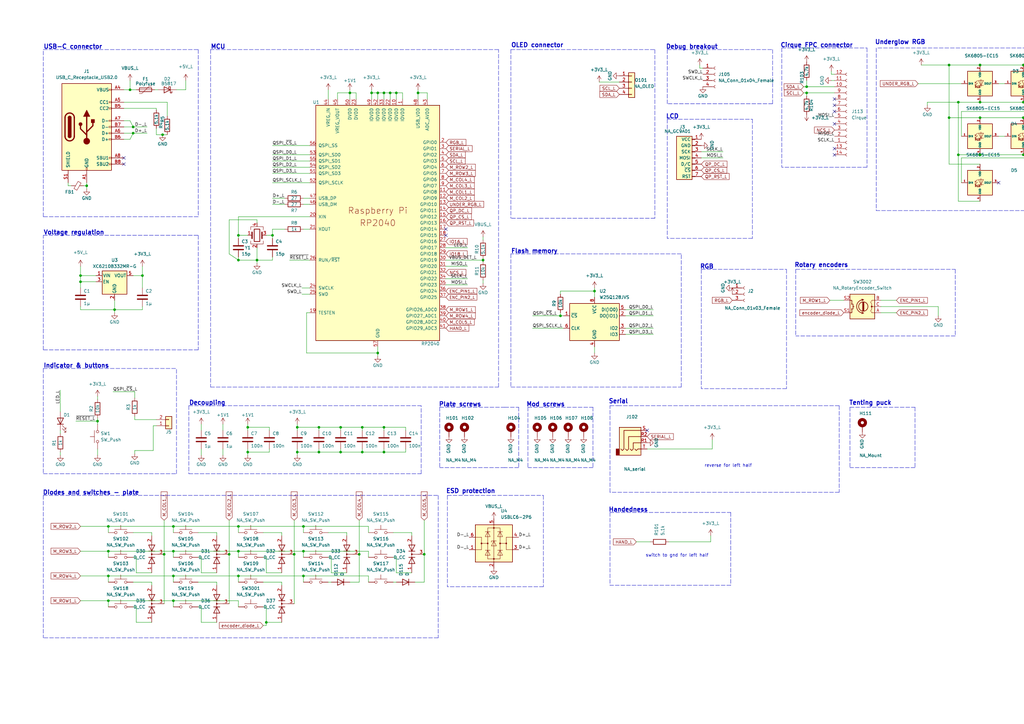
<source format=kicad_sch>
(kicad_sch (version 20211123) (generator eeschema)
  (paper "A3")
  (title_block (title "Dilemma") (date "2022-07-12") (rev "1") (company "plut0nium x bastardkb x freznel") (comment 1 "Licensed under CERN-OHL-W v2"))
  (junction (at 419.735 48.26))
  (junction (at 473.075 41.91))
  (junction (at 419.735 41.91))
  (junction (at 330.835 38.1))
  (junction (at 120.65 227.33))
  (junction (at 53.34 36.83))
  (junction (at 124.46 236.22))
  (junction (at 71.12 226.06))
  (junction (at 46.99 127))
  (junction (at 105.41 106.68))
  (junction (at 154.94 38.1))
  (junction (at 44.45 236.22))
  (junction (at 401.955 63.5))
  (junction (at 457.835 48.26))
  (junction (at 162.56 38.1))
  (junction (at 419.735 26.67))
  (junction (at 147.32 227.33))
  (junction (at 393.065 41.91))
  (junction (at 437.515 41.91))
  (junction (at 111.76 96.52))
  (junction (at 44.45 246.38))
  (junction (at 508.635 41.91))
  (junction (at 157.48 185.42))
  (junction (at 101.6 185.42))
  (junction (at 389.255 26.67))
  (junction (at 44.45 226.06))
  (junction (at 330.835 35.56))
  (junction (at 54.61 52.07))
  (junction (at 508.635 26.67))
  (junction (at 157.48 38.1))
  (junction (at 455.295 26.67))
  (junction (at 511.175 63.5))
  (junction (at 389.255 48.26))
  (junction (at 97.79 96.52))
  (junction (at 157.48 175.26))
  (junction (at 528.955 63.5))
  (junction (at 101.6 175.26))
  (junction (at 121.92 185.42))
  (junction (at 97.79 226.06))
  (junction (at 455.295 41.91))
  (junction (at 148.59 185.42))
  (junction (at 419.735 63.5))
  (junction (at 109.22 255.27))
  (junction (at 475.615 63.5))
  (junction (at 130.81 175.26))
  (junction (at 148.59 175.26))
  (junction (at 152.4 38.1))
  (junction (at 457.835 63.5))
  (junction (at 437.515 26.67))
  (junction (at 493.395 63.5))
  (junction (at 160.02 38.1))
  (junction (at 67.31 227.33))
  (junction (at 511.175 48.26))
  (junction (at 71.12 236.22))
  (junction (at 40.005 172.72))
  (junction (at 97.79 215.9))
  (junction (at 473.075 26.67))
  (junction (at 33.02 113.03))
  (junction (at 171.45 38.1))
  (junction (at 124.46 226.06))
  (junction (at 139.7 185.42))
  (junction (at 97.79 236.22))
  (junction (at 154.94 144.78))
  (junction (at 475.615 48.26))
  (junction (at 35.56 76.2))
  (junction (at 93.98 227.33))
  (junction (at 528.955 48.26))
  (junction (at 198.12 106.68))
  (junction (at 493.395 48.26))
  (junction (at 44.45 215.9))
  (junction (at 58.42 113.03))
  (junction (at 229.87 129.54))
  (junction (at 124.46 215.9))
  (junction (at 437.515 63.5))
  (junction (at 139.7 175.26))
  (junction (at 393.065 63.5))
  (junction (at 66.675 55.245))
  (junction (at 490.855 26.67))
  (junction (at 401.955 48.26))
  (junction (at 130.81 185.42))
  (junction (at 97.79 106.68))
  (junction (at 437.515 48.26))
  (junction (at 173.99 227.33))
  (junction (at 71.12 215.9))
  (junction (at 33.02 115.57))
  (junction (at 54.61 54.61))
  (junction (at 71.12 246.38))
  (junction (at 243.84 119.38))
  (junction (at 143.51 38.1))
  (junction (at 490.855 41.91))
  (junction (at 401.955 26.67))
  (junction (at 401.955 41.91))
  (junction (at 121.92 175.26))
  (no_connect (at 342.265 50.8))
  (no_connect (at 342.265 40.64))
  (no_connect (at 342.265 43.18))
  (no_connect (at 342.265 60.96))
  (no_connect (at 342.265 63.5))
  (no_connect (at 265.43 176.53))
  (no_connect (at 50.8 64.77))
  (no_connect (at 50.8 67.31))
  (no_connect (at 342.265 45.72))
  (no_connect (at 182.88 93.98))
  (no_connect (at 182.88 96.52))
  (no_connect (at 409.575 74.93))
  (polyline (pts (xy 348.615 167.005) (xy 348.615 191.77)))
  (wire (pts (xy 171.45 38.1) (xy 171.45 40.64)))
  (wire (pts (xy 162.56 234.95) (xy 168.91 234.95)))
  (wire (pts (xy 33.02 226.06) (xy 44.45 226.06)))
  (wire (pts (xy 33.02 115.57) (xy 33.02 118.11)))
  (wire (pts (xy 173.99 213.36) (xy 173.99 227.33)))
  (wire (pts (xy 105.41 91.44) (xy 105.41 90.17)))
  (wire (pts (xy 118.745 106.68) (xy 127 106.68)))
  (wire (pts (xy 58.42 109.22) (xy 58.42 113.03)))
  (wire (pts (xy 97.79 228.6) (xy 97.79 226.06)))
  (polyline (pts (xy 322.58 159.385) (xy 287.655 159.385)))
  (wire (pts (xy 120.65 213.36) (xy 120.65 227.33)))
  (wire (pts (xy 455.295 26.67) (xy 473.075 26.67)))
  (wire (pts (xy 55.245 170.815) (xy 55.245 172.085)))
  (wire (pts (xy 82.55 173.99) (xy 82.55 176.53)))
  (wire (pts (xy 135.89 234.95) (xy 142.24 234.95)))
  (wire (pts (xy 54.61 228.6) (xy 55.88 228.6)))
  (wire (pts (xy 267.97 134.62) (xy 256.54 134.62)))
  (wire (pts (xy 419.735 48.26) (xy 401.955 48.26)))
  (wire (pts (xy 501.015 55.88) (xy 503.555 55.88)))
  (wire (pts (xy 40.005 184.15) (xy 40.005 186.69)))
  (wire (pts (xy 101.6 175.26) (xy 110.49 175.26)))
  (wire (pts (xy 121.92 173.99) (xy 121.92 175.26)))
  (polyline (pts (xy 17.78 194.31) (xy 72.39 194.31)))
  (polyline (pts (xy 268.605 20.32) (xy 268.605 89.535)))
  (wire (pts (xy 445.135 55.88) (xy 450.215 55.88)))
  (wire (pts (xy 516.255 34.29) (xy 518.795 34.29)))
  (wire (pts (xy 44.45 246.38) (xy 71.12 246.38)))
  (polyline (pts (xy 204.47 158.75) (xy 204.47 20.32)))
  (wire (pts (xy 394.335 64.77) (xy 554.355 64.77)))
  (wire (pts (xy 170.18 238.76) (xy 173.99 238.76)))
  (polyline (pts (xy 273.685 20.32) (xy 316.865 20.32)))
  (wire (pts (xy 120.65 227.33) (xy 120.65 247.65)))
  (wire (pts (xy 50.8 54.61) (xy 54.61 54.61)))
  (polyline (pts (xy 207.01 191.77) (xy 180.34 191.77)))
  (wire (pts (xy 419.735 41.91) (xy 437.515 41.91)))
  (wire (pts (xy 91.44 173.99) (xy 91.44 176.53)))
  (wire (pts (xy 288.29 27.94) (xy 287.02 27.94)))
  (wire (pts (xy 123.825 118.11) (xy 127 118.11)))
  (wire (pts (xy 107.95 248.92) (xy 109.22 248.92)))
  (wire (pts (xy 245.745 33.655) (xy 254 33.655)))
  (wire (pts (xy 81.28 238.76) (xy 88.9 238.76)))
  (wire (pts (xy 81.28 228.6) (xy 82.55 228.6)))
  (wire (pts (xy 93.98 227.33) (xy 93.98 247.65)))
  (wire (pts (xy 33.02 236.22) (xy 44.45 236.22)))
  (wire (pts (xy 109.22 228.6) (xy 109.22 234.95)))
  (polyline (pts (xy 355.6 19.685) (xy 355.6 68.58)))
  (wire (pts (xy 64.135 55.245) (xy 66.675 55.245)))
  (wire (pts (xy 88.9 238.76) (xy 88.9 240.03)))
  (wire (pts (xy 267.97 137.16) (xy 256.54 137.16)))
  (polyline (pts (xy 279.4 104.14) (xy 209.55 104.14)))
  (wire (pts (xy 111.76 66.04) (xy 127 66.04)))
  (wire (pts (xy 182.88 101.6) (xy 191.77 101.6)))
  (wire (pts (xy 82.55 248.92) (xy 82.55 255.27)))
  (polyline (pts (xy 180.34 167.005) (xy 207.01 167.005)))
  (wire (pts (xy 462.915 34.29) (xy 465.455 34.29)))
  (wire (pts (xy 329.565 38.1) (xy 330.835 38.1)))
  (wire (pts (xy 72.39 36.83) (xy 76.2 36.83)))
  (wire (pts (xy 121.92 185.42) (xy 130.81 185.42)))
  (polyline (pts (xy 222.885 203.2) (xy 222.885 240.665)))
  (wire (pts (xy 427.355 55.88) (xy 429.895 55.88)))
  (wire (pts (xy 498.475 34.29) (xy 501.015 34.29)))
  (polyline (pts (xy 308.61 48.895) (xy 308.61 97.79)))
  (wire (pts (xy 71.12 226.06) (xy 97.79 226.06)))
  (wire (pts (xy 33.02 113.03) (xy 39.37 113.03)))
  (wire (pts (xy 64.135 52.705) (xy 64.135 55.245)))
  (wire (pts (xy 101.6 175.26) (xy 101.6 176.53)))
  (wire (pts (xy 173.99 227.33) (xy 173.99 238.76)))
  (wire (pts (xy 243.84 118.11) (xy 243.84 119.38)))
  (wire (pts (xy 71.12 215.9) (xy 97.79 215.9)))
  (wire (pts (xy 109.22 96.52) (xy 111.76 96.52)))
  (wire (pts (xy 62.23 218.44) (xy 62.23 219.71)))
  (polyline (pts (xy 326.39 110.49) (xy 391.795 110.49)))
  (wire (pts (xy 63.5 36.83) (xy 64.77 36.83)))
  (wire (pts (xy 105.41 106.68) (xy 105.41 107.95)))
  (wire (pts (xy 162.56 38.1) (xy 165.1 38.1)))
  (wire (pts (xy 455.295 41.91) (xy 473.075 41.91)))
  (wire (pts (xy 121.92 175.26) (xy 130.81 175.26)))
  (wire (pts (xy 151.13 238.76) (xy 151.13 236.22)))
  (wire (pts (xy 97.79 238.76) (xy 97.79 236.22)))
  (polyline (pts (xy 360.045 19.685) (xy 568.96 19.685)))
  (wire (pts (xy 97.79 215.9) (xy 124.46 215.9)))
  (wire (pts (xy 546.735 63.5) (xy 528.955 63.5)))
  (wire (pts (xy 97.79 96.52) (xy 97.79 88.9)))
  (wire (pts (xy 115.57 238.76) (xy 115.57 240.03)))
  (wire (pts (xy 111.76 68.58) (xy 127 68.58)))
  (wire (pts (xy 198.12 114.935) (xy 198.12 116.205)))
  (wire (pts (xy 143.51 38.1) (xy 143.51 40.64)))
  (wire (pts (xy 130.81 184.15) (xy 130.81 185.42)))
  (wire (pts (xy 419.735 26.67) (xy 437.515 26.67)))
  (polyline (pts (xy 424.18 103.505) (xy 455.93 103.505)))
  (polyline (pts (xy 326.39 110.49) (xy 326.39 137.795)))
  (wire (pts (xy 168.91 218.44) (xy 168.91 219.71)))
  (wire (pts (xy 54.61 52.07) (xy 50.8 52.07)))
  (wire (pts (xy 437.515 48.26) (xy 419.735 48.26)))
  (polyline (pts (xy 243.205 191.77) (xy 216.535 191.77)))
  (wire (pts (xy 380.365 41.91) (xy 393.065 41.91)))
  (polyline (pts (xy 81.28 88.9) (xy 17.78 88.9)))
  (wire (pts (xy 67.31 227.33) (xy 67.31 247.65)))
  (wire (pts (xy 493.395 48.26) (xy 475.615 48.26)))
  (wire (pts (xy 121.92 185.42) (xy 121.92 186.69)))
  (wire (pts (xy 267.97 127) (xy 256.54 127)))
  (wire (pts (xy 55.88 255.27) (xy 62.23 255.27)))
  (wire (pts (xy 33.02 127) (xy 46.99 127)))
  (wire (pts (xy 55.88 228.6) (xy 55.88 234.95)))
  (wire (pts (xy 125.73 128.27) (xy 127 128.27)))
  (wire (pts (xy 101.6 185.42) (xy 101.6 186.69)))
  (wire (pts (xy 124.46 81.28) (xy 127 81.28)))
  (wire (pts (xy 528.955 48.26) (xy 511.175 48.26)))
  (wire (pts (xy 50.8 49.53) (xy 53.34 49.53)))
  (wire (pts (xy 93.98 90.17) (xy 93.98 104.14)))
  (wire (pts (xy 101.6 185.42) (xy 110.49 185.42)))
  (wire (pts (xy 139.7 185.42) (xy 148.59 185.42)))
  (polyline (pts (xy 216.535 167.005) (xy 243.205 167.005)))
  (wire (pts (xy 124.46 93.98) (xy 127 93.98)))
  (wire (pts (xy 445.135 34.29) (xy 447.675 34.29)))
  (wire (pts (xy 81.28 218.44) (xy 88.9 218.44)))
  (wire (pts (xy 161.29 218.44) (xy 168.91 218.44)))
  (wire (pts (xy 53.34 49.53) (xy 54.61 52.07)))
  (wire (pts (xy 34.29 76.2) (xy 35.56 76.2)))
  (wire (pts (xy 243.84 142.24) (xy 243.84 144.78)))
  (wire (pts (xy 457.835 48.26) (xy 475.615 48.26)))
  (wire (pts (xy 71.12 246.38) (xy 97.79 246.38)))
  (wire (pts (xy 157.48 38.1) (xy 157.48 40.64)))
  (wire (pts (xy 111.76 106.68) (xy 111.76 105.41)))
  (wire (pts (xy 62.865 174.625) (xy 62.865 184.785)))
  (wire (pts (xy 50.8 36.83) (xy 53.34 36.83)))
  (wire (pts (xy 107.95 228.6) (xy 109.22 228.6)))
  (wire (pts (xy 46.355 160.655) (xy 55.245 160.655)))
  (wire (pts (xy 53.34 36.83) (xy 55.88 36.83)))
  (wire (pts (xy 58.42 125.73) (xy 58.42 127)))
  (wire (pts (xy 229.87 129.54) (xy 231.14 129.54)))
  (wire (pts (xy 66.675 55.245) (xy 68.58 55.245)))
  (wire (pts (xy 105.41 106.68) (xy 111.76 106.68)))
  (wire (pts (xy 154.94 144.78) (xy 154.94 146.05)))
  (wire (pts (xy 330.835 33.02) (xy 330.835 35.56)))
  (polyline (pts (xy 299.72 210.185) (xy 299.72 240.03)))
  (wire (pts (xy 546.735 48.26) (xy 528.955 48.26)))
  (wire (pts (xy 182.88 109.22) (xy 191.77 109.22)))
  (wire (pts (xy 152.4 36.83) (xy 152.4 38.1)))
  (wire (pts (xy 146.05 40.64) (xy 146.05 38.1)))
  (wire (pts (xy 154.94 142.24) (xy 154.94 144.78)))
  (polyline (pts (xy 17.78 203.2) (xy 17.78 261.62)))
  (wire (pts (xy 40.005 171.45) (xy 40.005 172.72)))
  (wire (pts (xy 175.26 40.64) (xy 175.26 38.1)))
  (wire (pts (xy 71.12 236.22) (xy 97.79 236.22)))
  (wire (pts (xy 508.635 26.67) (xy 526.415 26.67)))
  (polyline (pts (xy 322.58 110.49) (xy 322.58 159.385)))
  (wire (pts (xy 55.245 160.655) (xy 55.245 163.195)))
  (wire (pts (xy 384.81 125.73) (xy 384.81 129.54)))
  (wire (pts (xy 198.12 106.68) (xy 198.12 107.315)))
  (polyline (pts (xy 455.93 103.505) (xy 455.93 128.27)))
  (wire (pts (xy 465.455 55.88) (xy 467.995 55.88)))
  (wire (pts (xy 393.065 63.5) (xy 393.065 41.91)))
  (wire (pts (xy 139.7 184.15) (xy 139.7 185.42)))
  (wire (pts (xy 157.48 185.42) (xy 166.37 185.42)))
  (wire (pts (xy 151.13 218.44) (xy 151.13 215.9)))
  (wire (pts (xy 27.94 76.2) (xy 29.21 76.2)))
  (polyline (pts (xy 355.6 68.58) (xy 320.675 68.58)))
  (polyline (pts (xy 455.93 128.27) (xy 424.18 128.27)))
  (wire (pts (xy 107.95 218.44) (xy 115.57 218.44)))
  (wire (pts (xy 182.88 114.3) (xy 191.77 114.3)))
  (wire (pts (xy 97.79 106.68) (xy 105.41 106.68)))
  (wire (pts (xy 124.46 236.22) (xy 151.13 236.22)))
  (wire (pts (xy 166.37 176.53) (xy 166.37 175.26)))
  (wire (pts (xy 171.45 38.1) (xy 175.26 38.1)))
  (wire (pts (xy 125.73 128.27) (xy 125.73 144.78)))
  (wire (pts (xy 54.61 238.76) (xy 62.23 238.76)))
  (wire (pts (xy 139.7 175.26) (xy 148.59 175.26)))
  (wire (pts (xy 50.8 41.91) (xy 68.58 41.91)))
  (wire (pts (xy 44.45 238.76) (xy 44.45 236.22)))
  (wire (pts (xy 58.42 113.03) (xy 58.42 118.11)))
  (wire (pts (xy 361.315 125.73) (xy 384.81 125.73)))
  (wire (pts (xy 147.32 227.33) (xy 147.32 238.76)))
  (wire (pts (xy 218.44 134.62) (xy 231.14 134.62)))
  (wire (pts (xy 401.955 67.31) (xy 389.255 67.31)))
  (wire (pts (xy 152.4 38.1) (xy 152.4 40.64)))
  (wire (pts (xy 105.41 90.17) (xy 93.98 90.17)))
  (polyline (pts (xy 568.96 86.36) (xy 359.41 86.36)))
  (wire (pts (xy 534.035 34.29) (xy 534.035 45.72)))
  (wire (pts (xy 124.46 226.06) (xy 151.13 226.06)))
  (wire (pts (xy 394.335 64.77) (xy 394.335 74.93)))
  (wire (pts (xy 64.135 44.45) (xy 64.135 45.085)))
  (polyline (pts (xy 209.55 104.14) (xy 209.55 158.75)))
  (polyline (pts (xy 273.685 20.32) (xy 273.685 42.545)))
  (polyline (pts (xy 359.41 19.685) (xy 359.41 86.36)))
  (wire (pts (xy 330.835 35.56) (xy 342.265 35.56)))
  (polyline (pts (xy 348.615 167.005) (xy 375.285 167.005)))
  (wire (pts (xy 109.22 256.54) (xy 109.22 255.27)))
  (wire (pts (xy 148.59 175.26) (xy 157.48 175.26)))
  (wire (pts (xy 82.55 255.27) (xy 88.9 255.27)))
  (wire (pts (xy 110.49 184.15) (xy 110.49 185.42)))
  (wire (pts (xy 490.855 41.91) (xy 508.635 41.91)))
  (wire (pts (xy 54.61 218.44) (xy 62.23 218.44)))
  (polyline (pts (xy 17.78 151.13) (xy 17.78 194.31)))
  (wire (pts (xy 182.88 106.68) (xy 198.12 106.68)))
  (wire (pts (xy 97.79 218.44) (xy 97.79 215.9)))
  (wire (pts (xy 243.84 119.38) (xy 243.84 121.92)))
  (wire (pts (xy 380.365 43.18) (xy 380.365 41.91)))
  (wire (pts (xy 24.765 176.53) (xy 24.765 177.8)))
  (wire (pts (xy 291.465 222.25) (xy 291.465 219.71)))
  (wire (pts (xy 511.175 48.26) (xy 493.395 48.26)))
  (wire (pts (xy 111.76 96.52) (xy 111.76 97.79)))
  (polyline (pts (xy 179.705 203.2) (xy 179.705 261.62)))
  (wire (pts (xy 62.865 184.785) (xy 55.245 184.785)))
  (polyline (pts (xy 287.655 110.49) (xy 322.58 110.49)))
  (wire (pts (xy 44.45 246.38) (xy 44.45 248.92)))
  (wire (pts (xy 161.29 228.6) (xy 162.56 228.6)))
  (wire (pts (xy 480.695 34.29) (xy 483.235 34.29)))
  (polyline (pts (xy 243.205 167.005) (xy 243.205 191.77)))
  (wire (pts (xy 121.92 184.15) (xy 121.92 185.42)))
  (wire (pts (xy 534.035 45.72) (xy 394.335 45.72)))
  (polyline (pts (xy 180.34 167.005) (xy 180.34 191.77)))
  (polyline (pts (xy 316.865 42.545) (xy 273.685 42.545)))
  (wire (pts (xy 171.45 36.83) (xy 171.45 38.1)))
  (wire (pts (xy 97.79 97.79) (xy 97.79 96.52)))
  (polyline (pts (xy 207.01 167.005) (xy 212.725 167.005)))
  (wire (pts (xy 401.955 63.5) (xy 393.065 63.5)))
  (wire (pts (xy 134.62 228.6) (xy 135.89 228.6)))
  (wire (pts (xy 24.765 185.42) (xy 24.765 186.69)))
  (wire (pts (xy 82.55 228.6) (xy 82.55 234.95)))
  (polyline (pts (xy 17.78 20.32) (xy 81.28 20.32)))
  (wire (pts (xy 330.835 38.1) (xy 330.835 39.37)))
  (polyline (pts (xy 268.605 89.535) (xy 209.55 89.535)))
  (wire (pts (xy 44.45 236.22) (xy 71.12 236.22)))
  (wire (pts (xy 218.44 129.54) (xy 229.87 129.54)))
  (wire (pts (xy 130.81 185.42) (xy 139.7 185.42)))
  (wire (pts (xy 361.315 123.19) (xy 367.665 123.19)))
  (wire (pts (xy 44.45 218.44) (xy 44.45 215.9)))
  (wire (pts (xy 389.255 48.26) (xy 389.255 26.67)))
  (wire (pts (xy 82.55 184.15) (xy 82.55 186.69)))
  (wire (pts (xy 71.12 238.76) (xy 71.12 236.22)))
  (polyline (pts (xy 568.96 19.685) (xy 568.96 86.36)))
  (polyline (pts (xy 179.705 261.62) (xy 17.78 261.62)))
  (wire (pts (xy 71.12 228.6) (xy 71.12 226.06)))
  (wire (pts (xy 437.515 48.26) (xy 457.835 48.26)))
  (wire (pts (xy 109.22 234.95) (xy 115.57 234.95)))
  (wire (pts (xy 71.12 218.44) (xy 71.12 215.9)))
  (wire (pts (xy 97.79 105.41) (xy 97.79 106.68)))
  (wire (pts (xy 419.735 63.5) (xy 401.955 63.5)))
  (wire (pts (xy 130.81 175.26) (xy 130.81 176.53)))
  (wire (pts (xy 401.955 41.91) (xy 419.735 41.91)))
  (wire (pts (xy 457.835 63.5) (xy 475.615 63.5)))
  (wire (pts (xy 265.43 184.15) (xy 292.1 184.15)))
  (wire (pts (xy 107.95 256.54) (xy 109.22 256.54)))
  (polyline (pts (xy 250.19 201.93) (xy 250.19 166.37)))
  (polyline (pts (xy 344.17 201.93) (xy 250.19 201.93)))
  (wire (pts (xy 97.79 96.52) (xy 101.6 96.52)))
  (wire (pts (xy 111.76 71.12) (xy 127 71.12)))
  (wire (pts (xy 91.44 184.15) (xy 91.44 186.69)))
  (wire (pts (xy 64.135 174.625) (xy 62.865 174.625)))
  (wire (pts (xy 154.94 38.1) (xy 157.48 38.1)))
  (wire (pts (xy 135.89 228.6) (xy 135.89 234.95)))
  (wire (pts (xy 229.87 128.27) (xy 229.87 129.54)))
  (wire (pts (xy 148.59 184.15) (xy 148.59 185.42)))
  (polyline (pts (xy 344.17 166.37) (xy 344.17 201.93)))
  (wire (pts (xy 93.98 213.36) (xy 93.98 227.33)))
  (polyline (pts (xy 81.28 20.32) (xy 81.28 88.9)))
  (wire (pts (xy 160.02 38.1) (xy 160.02 40.64)))
  (wire (pts (xy 473.075 26.67) (xy 490.855 26.67)))
  (polyline (pts (xy 17.78 96.52) (xy 81.28 96.52)))
  (wire (pts (xy 427.355 34.29) (xy 429.895 34.29)))
  (wire (pts (xy 134.62 238.76) (xy 135.89 238.76)))
  (wire (pts (xy 329.565 35.56) (xy 330.835 35.56)))
  (wire (pts (xy 33.02 125.73) (xy 33.02 127)))
  (wire (pts (xy 53.34 33.02) (xy 53.34 36.83)))
  (wire (pts (xy 35.56 76.2) (xy 35.56 77.47)))
  (polyline (pts (xy 212.725 191.77) (xy 207.01 191.77)))
  (wire (pts (xy 340.995 30.48) (xy 340.995 29.21)))
  (wire (pts (xy 437.515 63.5) (xy 457.835 63.5)))
  (wire (pts (xy 437.515 63.5) (xy 419.735 63.5)))
  (wire (pts (xy 33.02 215.9) (xy 44.45 215.9)))
  (polyline (pts (xy 77.47 194.31) (xy 172.72 194.31)))
  (wire (pts (xy 409.575 34.29) (xy 412.115 34.29)))
  (wire (pts (xy 124.46 228.6) (xy 124.46 226.06)))
  (polyline (pts (xy 216.535 167.005) (xy 216.535 191.77)))
  (wire (pts (xy 27.94 74.93) (xy 27.94 76.2)))
  (wire (pts (xy 508.635 41.91) (xy 526.415 41.91)))
  (wire (pts (xy 274.32 222.25) (xy 291.465 222.25)))
  (polyline (pts (xy 273.685 48.895) (xy 273.685 97.79)))
  (wire (pts (xy 97.79 88.9) (xy 127 88.9)))
  (wire (pts (xy 493.395 63.5) (xy 475.615 63.5)))
  (wire (pts (xy 147.32 213.36) (xy 147.32 227.33)))
  (wire (pts (xy 536.575 55.88) (xy 539.115 55.88)))
  (wire (pts (xy 182.88 116.84) (xy 191.77 116.84)))
  (wire (pts (xy 76.2 33.02) (xy 76.2 36.83)))
  (wire (pts (xy 50.8 44.45) (xy 64.135 44.45)))
  (wire (pts (xy 107.95 238.76) (xy 115.57 238.76)))
  (wire (pts (xy 111.76 83.82) (xy 116.84 83.82)))
  (wire (pts (xy 267.97 129.54) (xy 256.54 129.54)))
  (wire (pts (xy 148.59 185.42) (xy 157.48 185.42)))
  (wire (pts (xy 361.315 128.27) (xy 367.665 128.27)))
  (wire (pts (xy 33.02 109.22) (xy 33.02 113.03)))
  (polyline (pts (xy 250.19 166.37) (xy 253.365 166.37)))
  (wire (pts (xy 88.9 218.44) (xy 88.9 219.71)))
  (wire (pts (xy 33.02 246.38) (xy 44.45 246.38)))
  (wire (pts (xy 229.87 119.38) (xy 243.84 119.38)))
  (wire (pts (xy 138.43 38.1) (xy 143.51 38.1)))
  (wire (pts (xy 33.02 113.03) (xy 33.02 115.57)))
  (polyline (pts (xy 222.885 240.665) (xy 183.515 240.665)))
  (wire (pts (xy 111.76 63.5) (xy 127 63.5)))
  (wire (pts (xy 511.175 63.5) (xy 493.395 63.5)))
  (wire (pts (xy 55.245 184.785) (xy 55.245 186.055)))
  (wire (pts (xy 148.59 175.26) (xy 148.59 176.53)))
  (wire (pts (xy 109.22 255.27) (xy 115.57 255.27)))
  (polyline (pts (xy 172.72 194.31) (xy 172.72 166.37)))
  (polyline (pts (xy 81.28 143.51) (xy 17.78 143.51)))
  (wire (pts (xy 116.84 93.98) (xy 111.76 93.98)))
  (wire (pts (xy 143.51 36.83) (xy 143.51 38.1)))
  (polyline (pts (xy 17.78 88.9) (xy 17.78 20.32)))
  (wire (pts (xy 554.355 55.88) (xy 554.355 64.77)))
  (polyline (pts (xy 17.78 203.2) (xy 179.705 203.2)))
  (wire (pts (xy 111.76 59.69) (xy 127 59.69)))
  (wire (pts (xy 377.825 26.67) (xy 389.255 26.67)))
  (wire (pts (xy 97.79 226.06) (xy 124.46 226.06)))
  (wire (pts (xy 161.29 238.76) (xy 162.56 238.76)))
  (wire (pts (xy 143.51 238.76) (xy 147.32 238.76)))
  (wire (pts (xy 165.1 40.64) (xy 165.1 38.1)))
  (polyline (pts (xy 209.55 158.75) (xy 279.4 158.75)))
  (polyline (pts (xy 77.47 166.37) (xy 172.72 166.37)))
  (polyline (pts (xy 320.675 19.685) (xy 355.6 19.685)))
  (wire (pts (xy 24.765 160.02) (xy 24.765 168.91)))
  (polyline (pts (xy 299.72 240.03) (xy 250.19 240.03)))
  (wire (pts (xy 157.48 38.1) (xy 160.02 38.1)))
  (wire (pts (xy 111.76 93.98) (xy 111.76 96.52)))
  (wire (pts (xy 46.99 123.19) (xy 46.99 127)))
  (polyline (pts (xy 253.365 166.37) (xy 344.17 166.37)))
  (wire (pts (xy 93.98 104.14) (xy 97.79 106.68)))
  (wire (pts (xy 229.87 120.65) (xy 229.87 119.38)))
  (wire (pts (xy 67.31 213.36) (xy 67.31 227.33)))
  (polyline (pts (xy 308.61 97.79) (xy 273.685 97.79)))
  (wire (pts (xy 123.825 120.65) (xy 127 120.65)))
  (polyline (pts (xy 183.515 203.2) (xy 183.515 240.665)))
  (polyline (pts (xy 316.865 20.32) (xy 316.865 42.545)))
  (wire (pts (xy 409.575 55.88) (xy 412.115 55.88)))
  (wire (pts (xy 162.56 228.6) (xy 162.56 234.95)))
  (polyline (pts (xy 287.655 110.49) (xy 287.655 159.385)))
  (wire (pts (xy 342.265 30.48) (xy 340.995 30.48)))
  (polyline (pts (xy 375.285 167.005) (xy 375.285 191.77)))
  (wire (pts (xy 198.12 97.155) (xy 198.12 98.425)))
  (wire (pts (xy 44.45 215.9) (xy 71.12 215.9)))
  (wire (pts (xy 124.46 83.82) (xy 127 83.82)))
  (wire (pts (xy 151.13 228.6) (xy 151.13 226.06)))
  (wire (pts (xy 393.065 41.91) (xy 401.955 41.91)))
  (polyline (pts (xy 320.675 19.685) (xy 320.675 68.58)))
  (wire (pts (xy 157.48 175.26) (xy 166.37 175.26)))
  (wire (pts (xy 109.22 248.92) (xy 109.22 255.27)))
  (wire (pts (xy 401.955 82.55) (xy 393.065 82.55)))
  (wire (pts (xy 71.12 246.38) (xy 71.12 248.92)))
  (wire (pts (xy 105.41 101.6) (xy 105.41 106.68)))
  (wire (pts (xy 54.61 54.61) (xy 53.34 57.15)))
  (polyline (pts (xy 273.685 48.895) (xy 308.61 48.895)))
  (wire (pts (xy 54.61 113.03) (xy 58.42 113.03)))
  (wire (pts (xy 394.335 45.72) (xy 394.335 55.88)))
  (wire (pts (xy 97.79 236.22) (xy 124.46 236.22)))
  (wire (pts (xy 134.62 218.44) (xy 142.24 218.44)))
  (wire (pts (xy 121.92 175.26) (xy 121.92 176.53)))
  (wire (pts (xy 111.76 74.93) (xy 127 74.93)))
  (wire (pts (xy 437.515 41.91) (xy 455.295 41.91)))
  (wire (pts (xy 54.61 52.07) (xy 60.325 52.07)))
  (polyline (pts (xy 375.285 191.77) (xy 348.615 191.77)))
  (wire (pts (xy 437.515 26.67) (xy 455.295 26.67)))
  (wire (pts (xy 138.43 40.64) (xy 138.43 38.1)))
  (polyline (pts (xy 86.36 158.75) (xy 204.47 158.75)))
  (wire (pts (xy 490.855 26.67) (xy 508.635 26.67)))
  (wire (pts (xy 154.94 38.1) (xy 154.94 40.64)))
  (wire (pts (xy 157.48 175.26) (xy 157.48 176.53)))
  (polyline (pts (xy 17.78 143.51) (xy 17.78 96.52)))
  (wire (pts (xy 473.075 41.91) (xy 490.855 41.91)))
  (wire (pts (xy 142.24 218.44) (xy 142.24 219.71)))
  (polyline (pts (xy 204.47 20.32) (xy 86.36 20.32)))
  (wire (pts (xy 115.57 218.44) (xy 115.57 219.71)))
  (wire (pts (xy 124.46 215.9) (xy 151.13 215.9)))
  (wire (pts (xy 97.79 246.38) (xy 97.79 248.92)))
  (wire (pts (xy 111.76 81.28) (xy 116.84 81.28)))
  (wire (pts (xy 162.56 38.1) (xy 162.56 40.64)))
  (wire (pts (xy 198.12 106.045) (xy 198.12 106.68)))
  (wire (pts (xy 340.995 33.02) (xy 342.265 33.02)))
  (wire (pts (xy 393.065 82.55) (xy 393.065 63.5)))
  (polyline (pts (xy 77.47 166.37) (xy 77.47 194.31)))
  (polyline (pts (xy 250.19 210.185) (xy 250.19 240.03)))
  (wire (pts (xy 81.28 248.92) (xy 82.55 248.92)))
  (wire (pts (xy 287.655 64.77) (xy 296.545 64.77)))
  (wire (pts (xy 55.88 248.92) (xy 55.88 255.27)))
  (wire (pts (xy 44.45 228.6) (xy 44.45 226.06)))
  (polyline (pts (xy 183.515 203.2) (xy 222.885 203.2)))
  (wire (pts (xy 53.34 57.15) (xy 50.8 57.15)))
  (wire (pts (xy 110.49 176.53) (xy 110.49 175.26)))
  (wire (pts (xy 54.61 54.61) (xy 60.325 54.61)))
  (wire (pts (xy 157.48 184.15) (xy 157.48 185.42)))
  (wire (pts (xy 82.55 234.95) (xy 88.9 234.95)))
  (wire (pts (xy 55.245 172.085) (xy 64.135 172.085)))
  (wire (pts (xy 376.555 34.29) (xy 394.335 34.29)))
  (wire (pts (xy 389.255 67.31) (xy 389.255 48.26)))
  (wire (pts (xy 160.02 38.1) (xy 162.56 38.1)))
  (wire (pts (xy 389.255 26.67) (xy 401.955 26.67)))
  (polyline (pts (xy 81.28 96.52) (xy 81.28 143.51)))
  (wire (pts (xy 54.61 248.92) (xy 55.88 248.92)))
  (wire (pts (xy 35.56 74.93) (xy 35.56 76.2)))
  (wire (pts (xy 287.02 27.94) (xy 287.02 26.67)))
  (polyline (pts (xy 72.39 194.31) (xy 72.39 151.13)))
  (wire (pts (xy 152.4 38.1) (xy 154.94 38.1)))
  (wire (pts (xy 62.23 238.76) (xy 62.23 240.03)))
  (wire (pts (xy 401.955 48.26) (xy 389.255 48.26)))
  (polyline (pts (xy 212.725 167.005) (xy 212.725 191.77)))
  (polyline (pts (xy 391.795 110.49) (xy 391.795 137.795)))
  (wire (pts (xy 55.88 234.95) (xy 62.23 234.95)))
  (wire (pts (xy 46.99 127) (xy 46.99 128.27)))
  (wire (pts (xy 340.36 123.19) (xy 346.075 123.19)))
  (wire (pts (xy 166.37 184.15) (xy 166.37 185.42)))
  (polyline (pts (xy 17.78 151.13) (xy 72.39 151.13)))
  (wire (pts (xy 40.005 172.72) (xy 40.005 173.99)))
  (wire (pts (xy 101.6 184.15) (xy 101.6 185.42)))
  (wire (pts (xy 260.985 222.25) (xy 266.7 222.25)))
  (wire (pts (xy 330.835 38.1) (xy 342.265 38.1)))
  (wire (pts (xy 44.45 226.06) (xy 71.12 226.06)))
  (wire (pts (xy 31.115 172.72) (xy 40.005 172.72)))
  (wire (pts (xy 40.005 162.56) (xy 40.005 163.83)))
  (polyline (pts (xy 86.36 20.32) (xy 86.36 158.75)))
  (wire (pts (xy 292.1 184.15) (xy 292.1 180.34)))
  (wire (pts (xy 125.73 144.78) (xy 154.94 144.78)))
  (wire (pts (xy 483.235 55.88) (xy 485.775 55.88)))
  (polyline (pts (xy 424.18 103.505) (xy 424.18 128.27)))
  (wire (pts (xy 287.655 62.23) (xy 296.545 62.23)))
  (polyline (pts (xy 250.19 210.185) (xy 299.72 210.185)))
  (wire (pts (xy 134.62 36.83) (xy 134.62 40.64)))
  (wire (pts (xy 143.51 38.1) (xy 146.05 38.1)))
  (wire (pts (xy 139.7 175.26) (xy 139.7 176.53)))
  (wire (pts (xy 528.955 63.5) (xy 511.175 63.5)))
  (polyline (pts (xy 391.795 137.795) (xy 326.39 137.795)))
  (wire (pts (xy 518.795 55.88) (xy 521.335 55.88)))
  (wire (pts (xy 46.99 127) (xy 58.42 127)))
  (wire (pts (xy 124.46 238.76) (xy 124.46 236.22)))
  (wire (pts (xy 401.955 26.67) (xy 419.735 26.67)))
  (wire (pts (xy 101.6 173.99) (xy 101.6 175.26)))
  (wire (pts (xy 33.02 115.57) (xy 39.37 115.57)))
  (polyline (pts (xy 209.55 20.32) (xy 268.605 20.32)))
  (wire (pts (xy 124.46 218.44) (xy 124.46 215.9)))
  (wire (pts (xy 130.81 175.26) (xy 139.7 175.26)))
  (polyline (pts (xy 209.55 20.32) (xy 209.55 89.535)))
  (polyline (pts (xy 279.4 158.75) (xy 279.4 104.14)))
  (wire (pts (xy 68.58 41.91) (xy 68.58 47.625)))
  (text "Debug breakout" (at 273.05 20.32 0) (effects (font (size 1.778 1.778) (thickness 0.3556) bold) (justify left bottom)))
  (text "ESD protection" (at 182.88 202.565 0) (effects (font (size 1.778 1.778) (thickness 0.3556) bold) (justify left bottom)))
  (text "Decoupling" (at 77.47 166.37 0) (effects (font (size 1.778 1.778) (thickness 0.3556) bold) (justify left bottom)))
  (text "USB-C connector" (at 17.78 20.32 0) (effects (font (size 1.778 1.778) (thickness 0.3556) bold) (justify left bottom)))
  (text "Rotary encoders" (at 325.755 109.855 0) (effects (font (size 1.778 1.778) (thickness 0.3556) bold) (justify left bottom)))
  (text "Diodes and switches - plate" (at 57.15 203.2 180) (effects (font (size 1.778 1.778) (thickness 0.3556) bold) (justify right bottom)))
  (text "LCD" (at 273.05 48.895 0) (effects (font (size 1.778 1.778) (thickness 0.3556) bold) (justify left bottom)))
  (text "Cirque FPC connector" (at 320.04 19.685 0) (effects (font (size 1.778 1.778) (thickness 0.3556) bold) (justify left bottom)))
  (text "RGB" (at 287.02 110.49 0) (effects (font (size 1.778 1.778) (thickness 0.3556) bold) (justify left bottom)))
  (text "Mod screws" (at 231.775 167.005 180) (effects (font (size 1.778 1.778) (thickness 0.3556) bold) (justify right bottom)))
  (text "Indicator & buttons" (at 17.78 151.13 0) (effects (font (size 1.778 1.778) (thickness 0.3556) bold) (justify left bottom)))
  (text "Voltage regulation" (at 17.78 96.52 0) (effects (font (size 1.778 1.778) (thickness 0.3556) bold) (justify left bottom)))
  (text "switch to gnd for left half" (at 264.795 228.6 0) (effects (font (size 1.27 1.27)) (justify left bottom)))
  (text "Handedness" (at 249.555 210.185 0) (effects (font (size 1.778 1.778) (thickness 0.3556) bold) (justify left bottom)))
  (text "Breakout" (at 424.18 103.505 0) (effects (font (size 1.778 1.778) (thickness 0.3556) bold) (justify left bottom)))
  (text "Serial" (at 249.555 165.735 0) (effects (font (size 1.778 1.778) (thickness 0.3556) bold) (justify left bottom)))
  (text "Tenting puck" (at 365.76 166.37 180) (effects (font (size 1.778 1.778) (thickness 0.3556) bold) (justify right bottom)))
  (text "Plate screws" (at 197.485 167.005 180) (effects (font (size 1.778 1.778) (thickness 0.3556) bold) (justify right bottom)))
  (text "Underglow RGB" (at 358.775 18.415 0) (effects (font (size 1.778 1.778) (thickness 0.3556) bold) (justify left bottom)))
  (text "OLED connector" (at 209.55 19.685 0) (effects (font (size 1.778 1.778) (thickness 0.3556) bold) (justify left bottom)))
  (text "MCU" (at 86.36 20.32 0) (effects (font (size 1.778 1.778) (thickness 0.3556) bold) (justify left bottom)))
  (text "reverse for left half" (at 288.925 191.77 0) (effects (font (size 1.27 1.27)) (justify left bottom)))
  (text "Flash memory" (at 209.55 104.14 0) (effects (font (size 1.778 1.778) (thickness 0.3556) bold) (justify left bottom)))
  (label "SWCLK_L" (at 288.29 33.02 180))
  (label "QSPI_D2_L" (at 111.76 68.58 0))
  (label "SCLK_L" (at 191.77 114.3 180))
  (label "SWD_L" (at 123.825 120.65 180))
  (label "LED_L" (at 191.77 101.6 180))
  (label "VBUS_DET_L" (at 195.58 106.68 180))
  (label "MOSI_L" (at 191.77 116.84 180))
  (label "D-_L" (at 111.76 83.82 0))
  (label "~{RESET_L}" (at 31.115 172.72 0))
  (label "QSPI_SCLK_L" (at 218.44 134.62 0))
  (label "QSPI_D0_L" (at 267.97 127 180))
  (label "QSPI_~{CS}_L" (at 218.44 129.54 0))
  (label "QSPI_D1_L" (at 111.76 66.04 0))
  (label "SCLK_L" (at 296.545 62.23 180))
  (label "~{RESET_L}" (at 118.745 106.68 0))
  (label "SWD_L" (at 288.29 30.48 180))
  (label "D-_L" (at 192.405 225.425 180))
  (label "D-_L" (at 192.405 220.345 180))
  (label "QSPI_D3_L" (at 111.76 71.12 0))
  (label "D+_L" (at 212.725 220.345 0))
  (label "QSPI_~{CS}_L" (at 111.76 59.69 0))
  (label "QSPI_D2_L" (at 267.97 134.62 180))
  (label "D+_L" (at 111.76 81.28 0))
  (label "D-_L" (at 60.325 52.07 180))
  (label "LED_L" (at 24.765 160.02 270))
  (label "MOSI_L" (at 342.265 48.26 180))
  (label "MOSI_L" (at 296.545 64.77 180))
  (label "QSPI_D1_L" (at 267.97 129.54 180))
  (label "MISO_L" (at 191.77 109.22 180))
  (label "SCLK_L" (at 342.265 58.42 180))
  (label "~{RESET_L}" (at 436.88 117.475 180))
  (label "MISO_L" (at 342.265 55.88 180))
  (label "SWCLK_L" (at 123.825 118.11 180))
  (label "QSPI_~{CS}_L" (at 46.355 160.655 0))
  (label "QSPI_SCLK_L" (at 111.76 74.93 0))
  (label "QSPI_D3_L" (at 267.97 137.16 180))
  (label "D+_L" (at 60.325 54.61 180))
  (label "QSPI_D0_L" (at 111.76 63.5 0))
  (label "D+_L" (at 212.725 225.425 0))
  (global_label "ENC_PIN2_L" (shape input) (at 367.665 128.27 0) (effects (font (size 1.1938 1.1938))) (property "Intersheet References" "${INTERSHEET_REFS}" (effects hide)))
  (global_label "ENC_PIN1_L" (shape input) (at 182.88 119.38 0) (effects (font (size 1.1938 1.1938))) (property "Intersheet References" "${INTERSHEET_REFS}" (effects hide)))
  (global_label "SERIAL_L" (shape input) (at 265.43 179.07 0) (property "Intersheet References" "${INTERSHEET_REFS}" (effects hide)))
  (global_label "HAND_L" (shape input) (at 260.985 222.25 180) (property "Intersheet References" "${INTERSHEET_REFS}" (effects hide)))
  (global_label "M_COL5_L" (shape input) (at 182.88 132.08 0) (property "Intersheet References" "${INTERSHEET_REFS}" (effects hide)))
  (global_label "M_ROW2_L" (shape input) (at 182.88 68.58 0) (property "Intersheet References" "${INTERSHEET_REFS}" (effects hide)))
  (global_label "M_COL3_L" (shape input) (at 182.88 76.2 0) (property "Intersheet References" "${INTERSHEET_REFS}" (effects hide)))
  (global_label "M_COL2_L" (shape input) (at 182.88 81.28 0) (property "Intersheet References" "${INTERSHEET_REFS}" (effects hide)))
  (global_label "M_COL3_L" (shape input) (at 120.65 213.36 90) (property "Intersheet References" "${INTERSHEET_REFS}" (effects hide)))
  (global_label "IO18_L" (shape input) (at 182.88 104.14 0) (property "Intersheet References" "${INTERSHEET_REFS}" (effects hide)))
  (global_label "M_COL1_L" (shape input) (at 67.31 213.36 90) (property "Intersheet References" "${INTERSHEET_REFS}" (effects hide)))
  (global_label "M_ROW3_L" (shape input) (at 33.02 226.06 180) (property "Intersheet References" "${INTERSHEET_REFS}" (effects hide)))
  (global_label "UNDER_RGB_L" (shape input) (at 182.88 83.82 0) (property "Intersheet References" "${INTERSHEET_REFS}" (effects hide)))
  (global_label "UNDER_RGB_L" (shape input) (at 376.555 34.29 180) (property "Intersheet References" "${INTERSHEET_REFS}" (effects hide)))
  (global_label "NCS_L" (shape input) (at 182.88 111.76 0) (property "Intersheet References" "${INTERSHEET_REFS}" (effects hide)))
  (global_label "QP_RST_L" (shape input) (at 287.655 72.39 0) (property "Intersheet References" "${INTERSHEET_REFS}" (effects hide)))
  (global_label "SDA_L" (shape input) (at 329.565 35.56 180) (property "Intersheet References" "${INTERSHEET_REFS}" (effects hide)))
  (global_label "SDA_L" (shape input) (at 182.88 63.5 0) (property "Intersheet References" "${INTERSHEET_REFS}" (effects hide)))
  (global_label "SDA_L" (shape input) (at 254 38.735 180) (property "Intersheet References" "${INTERSHEET_REFS}" (effects hide)))
  (global_label "RGB_L" (shape input) (at 300.355 123.19 180) (property "Intersheet References" "${INTERSHEET_REFS}" (effects hide)))
  (global_label "M_COL4_L" (shape input) (at 147.32 213.36 90) (property "Intersheet References" "${INTERSHEET_REFS}" (effects hide)))
  (global_label "M_ROW4_L" (shape input) (at 33.02 236.22 180) (property "Intersheet References" "${INTERSHEET_REFS}" (effects hide)))
  (global_label "IO18_L" (shape input) (at 436.88 114.935 180) (property "Intersheet References" "${INTERSHEET_REFS}" (effects hide)))
  (global_label "M_COL5_L" (shape input) (at 173.99 213.36 90) (property "Intersheet References" "${INTERSHEET_REFS}" (effects hide)))
  (global_label "QP_DC_L" (shape input) (at 287.655 67.31 0) (property "Intersheet References" "${INTERSHEET_REFS}" (effects hide)))
  (global_label "M_ROW1_L" (shape input) (at 182.88 127 0) (property "Intersheet References" "${INTERSHEET_REFS}" (effects hide)))
  (global_label "RGB_L" (shape input) (at 182.88 58.42 0) (property "Intersheet References" "${INTERSHEET_REFS}" (effects hide)))
  (global_label "encoder_diode_L" (shape input) (at 346.075 128.27 180) (property "Intersheet References" "${INTERSHEET_REFS}" (effects hide)))
  (global_label "HAND_L" (shape input) (at 182.88 134.62 0) (property "Intersheet References" "${INTERSHEET_REFS}" (effects hide)))
  (global_label "M_COL1_L" (shape input) (at 182.88 78.74 0) (property "Intersheet References" "${INTERSHEET_REFS}" (effects hide)))
  (global_label "SCL_L" (shape input) (at 254 36.195 180) (property "Intersheet References" "${INTERSHEET_REFS}" (effects hide)))
  (global_label "M_ROW2_L" (shape input) (at 33.02 215.9 180) (property "Intersheet References" "${INTERSHEET_REFS}" (effects hide)))
  (global_label "QP_CS_L" (shape input) (at 182.88 88.9 0) (property "Intersheet References" "${INTERSHEET_REFS}" (effects hide)))
  (global_label "M_ROW3_L" (shape input) (at 182.88 71.12 0) (property "Intersheet References" "${INTERSHEET_REFS}" (effects hide)))
  (global_label "ENC_PIN1_L" (shape input) (at 367.665 123.19 0) (effects (font (size 1.1938 1.1938))) (property "Intersheet References" "${INTERSHEET_REFS}" (effects hide)))
  (global_label "ENC_PIN2_L" (shape input) (at 182.88 121.92 0) (effects (font (size 1.1938 1.1938))) (property "Intersheet References" "${INTERSHEET_REFS}" (effects hide)))
  (global_label "SERIAL_L" (shape input) (at 182.88 60.96 0) (property "Intersheet References" "${INTERSHEET_REFS}" (effects hide)))
  (global_label "QP_RST_L" (shape input) (at 182.88 91.44 0) (property "Intersheet References" "${INTERSHEET_REFS}" (effects hide)))
  (global_label "M_COL2_L" (shape input) (at 93.98 213.36 90) (property "Intersheet References" "${INTERSHEET_REFS}" (effects hide)))
  (global_label "M_ROW4_L" (shape input) (at 182.88 129.54 0) (property "Intersheet References" "${INTERSHEET_REFS}" (effects hide)))
  (global_label "IO16_L" (shape input) (at 436.88 112.395 180) (property "Intersheet References" "${INTERSHEET_REFS}" (effects hide)))
  (global_label "M_COL4_L" (shape input) (at 182.88 73.66 0) (property "Intersheet References" "${INTERSHEET_REFS}" (effects hide)))
  (global_label "QP_CS_L" (shape input) (at 287.655 69.85 0) (property "Intersheet References" "${INTERSHEET_REFS}" (effects hide)))
  (global_label "NCS_L" (shape input) (at 342.265 53.34 180) (property "Intersheet References" "${INTERSHEET_REFS}" (effects hide)))
  (global_label "SCL_L" (shape input) (at 182.88 66.04 0) (property "Intersheet References" "${INTERSHEET_REFS}" (effects hide)))
  (global_label "QP_DC_L" (shape input) (at 182.88 86.36 0) (property "Intersheet References" "${INTERSHEET_REFS}" (effects hide)))
  (global_label "IO16_L" (shape input) (at 182.88 99.06 0) (property "Intersheet References" "${INTERSHEET_REFS}" (effects hide)))
  (global_label "SCL_L" (shape input) (at 329.565 38.1 180) (property "Intersheet References" "${INTERSHEET_REFS}" (effects hide)))
  (global_label "encoder_diode_L" (shape input) (at 107.95 256.54 180) (property "Intersheet References" "${INTERSHEET_REFS}" (effects hide)))
  (global_label "M_ROW1_L" (shape input) (at 340.36 123.19 180) (property "Intersheet References" "${INTERSHEET_REFS}" (effects hide)))
  (global_label "M_ROW1_L" (shape input) (at 33.02 246.38 180) (property "Intersheet References" "${INTERSHEET_REFS}" (effects hide)))
  (symbol (lib_id "sk6805-ec15:SK6805-EC15") (at 493.395 55.88 0) (unit 1)
    (property "Reference" "D19" (at 507.365 50.8 0))
    (property "Value" "SK6805-EC15" (at 494.665 44.45 0))
    (property "Footprint" "0xB2_drawings:LED_SK6805-EC15_1.5x1.5mm_P0.6mm_handsolder(1)" (effects hide))
    (property "Datasheet" "https://datasheet.lcsc.com/lcsc/2108251530_OPSCO-Optoelectronics-SK6805-EC15_C2890035.pdf" (effects hide))
    (property "MFN" "Dongguan Opsco Optoelectronics" (effects hide))
    (property "MPN" "SK6805-EC15" (effects hide))
    (property "PKG" "SK6805-EC15" (effects hide))
    (property "LCSC" "C2890035" (effects hide))
  )
  (symbol (lib_id "power:GND") (at 353.695 177.165 0) (unit 1)
    (property "Reference" "#PWR0124" (effects hide))
    (property "Value" "GND" (at 353.539 184.1499 90) (effects (justify left)))
  )
  (symbol (lib_id "Device:C") (at 148.59 180.34 0) (unit 1)
    (property "Reference" "C12" (at 149.86 177.8 0) (effects (justify left)))
    (property "Value" "100n" (at 149.86 182.88 0) (effects (justify left)))
    (property "Footprint" "Capacitor_SMD:C_0402_1005Metric" (effects hide))
    (property "LCSC" "C1525" (effects hide))
  )
  (symbol (lib_id "Switch:SW_Push") (at 49.53 248.92 0) (unit 1)
    (property "Reference" "SW118" (at 49.53 241.3 0))
    (property "Value" "NA_SW_Push" (at 49.53 243.84 0))
    (property "Footprint" "local-libraries:SW_MX_choc" (effects hide))
  )
  (symbol (lib_id "sk6805-ec15:SK6805-EC15") (at 437.515 34.29 0) (unit 1)
    (property "Reference" "D11" (at 451.485 29.21 0))
    (property "Value" "SK6805-EC15" (at 438.785 22.86 0))
    (property "Footprint" "0xB2_drawings:LED_SK6805-EC15_1.5x1.5mm_P0.6mm_handsolder(1)" (effects hide))
    (property "Datasheet" "https://datasheet.lcsc.com/lcsc/2108251530_OPSCO-Optoelectronics-SK6805-EC15_C2890035.pdf" (effects hide))
    (property "MFN" "Dongguan Opsco Optoelectronics" (effects hide))
    (property "MPN" "SK6805-EC15" (effects hide))
    (property "PKG" "SK6805-EC15" (effects hide))
    (property "LCSC" "C2890035" (effects hide))
  )
  (symbol (lib_id "Connector_Generic:Conn_01x02") (at 69.215 174.625 0) (mirror x) (unit 1) (in_bom no)
    (property "Reference" "J5" (at 67.945 177.165 0) (effects (justify left)))
    (property "Value" "NA_Conn_01x02" (effects hide))
    (property "Footprint" "Connector_PinHeader_1.27mm:PinHeader_1x02_P1.27mm_Vertical" (effects hide))
  )
  (symbol (lib_id "MCU_RaspberryPi_RP2040:RP2040") (at 154.94 91.44 0) (unit 1)
    (property "Reference" "U1" (at 128.27 41.91 0) (effects (justify left)))
    (property "Value" "RP2040" (at 172.72 140.97 0) (effects (justify left)))
    (property "Footprint" "0xLib_Package_DFN_QFN:QFN-56-1EP_7x7mm_P0.4mm_EP3.2x3.2mm" (effects hide))
    (property "LCSC" "C2040" (effects hide))
  )
  (symbol (lib_id "Device:R") (at 68.58 51.435 0) (unit 1)
    (property "Reference" "R4" (at 66.04 51.435 90))
    (property "Value" "5.1k" (at 68.58 51.435 90))
    (property "Footprint" "Resistor_SMD:R_0402_1005Metric" (effects hide))
    (property "LCSC" "C25905" (effects hide))
  )
  (symbol (lib_id "power:GND") (at 55.245 186.055 0) (unit 1)
    (property "Reference" "#PWR09" (effects hide))
    (property "Value" "GND" (at 55.245 189.865 0))
  )
  (symbol (lib_id "power:GND") (at 233.045 179.07 0) (unit 1)
    (property "Reference" "#PWR0113" (effects hide))
    (property "Value" "GND" (at 232.889 186.0549 90) (effects (justify left)))
  )
  (symbol (lib_id "Switch:SW_Push") (at 102.87 238.76 0) (unit 1)
    (property "Reference" "SW109" (at 102.87 231.14 0))
    (property "Value" "NA_SW_Push" (at 102.87 233.68 0))
    (property "Footprint" "local-libraries:SW_MX_choc" (effects hide))
  )
  (symbol (lib_id "Switch:SW_Push") (at 76.2 228.6 0) (unit 1)
    (property "Reference" "SW105" (at 76.2 220.98 0))
    (property "Value" "NA_SW_Push" (at 76.2 223.52 0))
    (property "Footprint" "local-libraries:SW_MX_choc" (effects hide))
  )
  (symbol (lib_id "Device:D_Dual_CommonCathode_AAK") (at 115.57 227.33 90) (unit 1)
    (property "Reference" "D32" (at 113.03 226.0599 90) (effects (justify left)))
    (property "Value" "D_CC" (at 113.03 228.5999 90) (effects (justify left)))
    (property "Footprint" "local-libraries:SOT-323_SC-70" (effects hide))
  )
  (symbol (lib_id "Device:R") (at 270.51 222.25 90) (unit 1)
    (property "Reference" "R101" (at 269.24 219.71 0) (effects (justify left)))
    (property "Value" "5.1k" (at 271.78 219.71 0) (effects (justify left)))
    (property "Footprint" "local-libraries:R_0402_1005Metric_nolabel" (effects hide))
    (property "JLCPCB BOM" "1" (effects hide))
    (property "JLCPCB Part" "C26033" (effects hide))
  )
  (symbol (lib_id "sk6805-ec15:SK6805-EC15") (at 419.735 55.88 0) (unit 1)
    (property "Reference" "D8" (at 433.705 50.8 0))
    (property "Value" "SK6805-EC15" (at 421.005 44.45 0))
    (property "Footprint" "0xB2_drawings:LED_SK6805-EC15_1.5x1.5mm_P0.6mm_handsolder(1)" (effects hide))
    (property "Datasheet" "https://datasheet.lcsc.com/lcsc/2108251530_OPSCO-Optoelectronics-SK6805-EC15_C2890035.pdf" (effects hide))
    (property "MFN" "Dongguan Opsco Optoelectronics" (effects hide))
    (property "MPN" "SK6805-EC15" (effects hide))
    (property "PKG" "SK6805-EC15" (effects hide))
    (property "LCSC" "C2890035" (effects hide))
  )
  (symbol (lib_id "power_L:+3V3_L") (at 330.835 46.99 180) (unit 1)
    (property "Reference" "#PWR?" (effects hide))
    (property "Value" "+3V3_L" (at 332.74 48.2599 0) (effects (justify right)))
  )
  (symbol (lib_id "power_L:+3V3_L") (at 152.4 36.83 0) (unit 1)
    (property "Reference" "#PWR?" (effects hide))
    (property "Value" "+3V3_L" (at 152.4 31.75 0))
  )
  (symbol (lib_id "power_L:+3V3_L") (at 436.88 109.855 0) (unit 1)
    (property "Reference" "#PWR?" (effects hide))
    (property "Value" "+3V3_L" (at 436.88 104.775 0))
  )
  (symbol (lib_id "power_L:+3V3_L") (at 121.92 173.99 0) (unit 1)
    (property "Reference" "#PWR?" (effects hide))
    (property "Value" "+3V3_L" (at 121.92 168.91 0))
  )
  (symbol (lib_id "power:GND") (at 24.765 186.69 0) (unit 1)
    (property "Reference" "#PWR01" (effects hide))
    (property "Value" "GND" (at 24.765 190.5 0))
  )
  (symbol (lib_id "power:GND") (at 35.56 77.47 0) (unit 1)
    (property "Reference" "#PWR03" (effects hide))
    (property "Value" "GND" (at 35.56 81.28 0))
  )
  (symbol (lib_id "power:GND") (at 436.88 120.015 0) (unit 1)
    (property "Reference" "#PWR032" (effects hide))
    (property "Value" "GND" (at 436.88 123.825 0))
  )
  (symbol (lib_id "Switch:SW_Push") (at 156.21 238.76 0) (unit 1)
    (property "Reference" "SW117" (at 156.21 231.14 0))
    (property "Value" "NA_SW_Push" (at 156.21 233.68 0))
    (property "Footprint" "local-libraries:SW_MX_choc" (effects hide))
  )
  (symbol (lib_id "Switch:SW_Push") (at 49.53 228.6 0) (unit 1)
    (property "Reference" "SW102" (at 49.53 220.98 0))
    (property "Value" "NA_SW_Push" (at 49.53 223.52 0))
    (property "Footprint" "local-libraries:SW_MX_choc" (effects hide))
  )
  (symbol (lib_id "Mechanical:MountingHole_Pad") (at 233.045 176.53 0) (unit 1)
    (property "Reference" "H107" (at 231.775 171.45 0) (effects (justify left)))
    (property "Value" "NA_M4" (at 231.775 188.722 0) (effects (justify left)))
    (property "Footprint" "local-libraries:MountingHole_3mm_Pad_Via" (effects hide))
  )
  (symbol (lib_id "Device:R") (at 120.65 93.98 90) (unit 1)
    (property "Reference" "R8" (at 120.65 91.44 90))
    (property "Value" "1k" (at 120.65 93.98 90))
    (property "Footprint" "Resistor_SMD:R_0402_1005Metric" (effects hide))
    (property "LCSC" "C11702" (effects hide))
  )
  (symbol (lib_id "Device:R") (at 198.12 102.235 180) (unit 1)
    (property "Reference" "R10" (at 195.58 102.235 90))
    (property "Value" "5.1k" (at 198.12 102.235 90))
    (property "Footprint" "Resistor_SMD:R_0402_1005Metric" (effects hide))
    (property "LCSC" "C25905" (effects hide))
  )
  (symbol (lib_id "Device:C") (at 157.48 180.34 0) (unit 1)
    (property "Reference" "C13" (at 158.75 177.8 0) (effects (justify left)))
    (property "Value" "100n" (at 158.75 182.88 0) (effects (justify left)))
    (property "Footprint" "Capacitor_SMD:C_0402_1005Metric" (effects hide))
    (property "LCSC" "C1525" (effects hide))
  )
  (symbol (lib_id "power:GND") (at 190.5 179.07 0) (unit 1)
    (property "Reference" "#PWR0108" (effects hide))
    (property "Value" "GND" (at 190.344 186.0549 90) (effects (justify left)))
  )
  (symbol (lib_id "sk6805-ec15:SK6805-EC15") (at 419.735 34.29 0) (unit 1)
    (property "Reference" "D7" (at 433.705 29.21 0))
    (property "Value" "SK6805-EC15" (at 421.005 22.86 0))
    (property "Footprint" "0xB2_drawings:LED_SK6805-EC15_1.5x1.5mm_P0.6mm_handsolder(1)" (effects hide))
    (property "Datasheet" "https://datasheet.lcsc.com/lcsc/2108251530_OPSCO-Optoelectronics-SK6805-EC15_C2890035.pdf" (effects hide))
    (property "MFN" "Dongguan Opsco Optoelectronics" (effects hide))
    (property "MPN" "SK6805-EC15" (effects hide))
    (property "PKG" "SK6805-EC15" (effects hide))
    (property "LCSC" "C2890035" (effects hide))
  )
  (symbol (lib_id "power_L:+3V3_L") (at 300.355 120.65 0) (unit 1)
    (property "Reference" "#PWR?" (effects hide))
    (property "Value" "+3V3_L" (at 300.355 115.57 0))
  )
  (symbol (lib_id "Mechanical:MountingHole_Pad") (at 184.15 176.53 0) (unit 1)
    (property "Reference" "H101" (at 182.88 171.45 0) (effects (justify left)))
    (property "Value" "NA_M4" (at 182.88 188.722 0) (effects (justify left)))
    (property "Footprint" "local-libraries:MountingHole_3mm_Pad_Via" (effects hide))
  )
  (symbol (lib_id "Device:C") (at 166.37 180.34 0) (unit 1)
    (property "Reference" "C14" (at 167.64 177.8 0) (effects (justify left)))
    (property "Value" "100n" (at 167.64 182.88 0) (effects (justify left)))
    (property "Footprint" "Capacitor_SMD:C_0402_1005Metric" (effects hide))
    (property "LCSC" "C1525" (effects hide))
  )
  (symbol (lib_id "Device:R") (at 120.65 81.28 90) (unit 1)
    (property "Reference" "R6" (at 120.65 78.74 90))
    (property "Value" "27" (at 120.65 81.28 90))
    (property "Footprint" "Resistor_SMD:R_0402_1005Metric" (effects hide))
    (property "LCSC" "C25100" (effects hide))
  )
  (symbol (lib_id "Switch:SW_Push") (at 156.21 218.44 0) (unit 1)
    (property "Reference" "SW115" (at 156.21 210.82 0))
    (property "Value" "NA_SW_Push" (at 156.21 213.36 0))
    (property "Footprint" "local-libraries:SW_MX_choc" (effects hide))
  )
  (symbol (lib_id "Switch:SW_Push") (at 156.21 228.6 0) (unit 1)
    (property "Reference" "SW116" (at 156.21 220.98 0))
    (property "Value" "NA_SW_Push" (at 156.21 223.52 0))
    (property "Footprint" "local-libraries:SW_MX_choc" (effects hide))
  )
  (symbol (lib_id "Regulator_Linear:AP2127K-3.3") (at 46.99 115.57 0) (unit 1)
    (property "Reference" "U3" (at 46.99 106.68 0))
    (property "Value" "XC6210B332MR-G" (at 46.99 109.22 0))
    (property "Footprint" "Package_TO_SOT_SMD:SOT-23-5" (effects hide))
    (property "LCSC" "C82942" (effects hide))
    (property "LCSC2" "C47719" (effects hide))
  )
  (symbol (lib_id "Connector:AudioJack4") (at 260.35 179.07 0) (unit 1)
    (property "Reference" "J102" (at 259.207 170.9482 0))
    (property "Value" "NA_serial" (at 260.35 192.405 0))
    (property "Footprint" "local-libraries:Jack_3.5mm_PJ320E_Horizontal" (effects hide))
  )
  (symbol (lib_id "Device:C") (at 121.92 180.34 0) (unit 1)
    (property "Reference" "C9" (at 123.19 177.8 0) (effects (justify left)))
    (property "Value" "100n" (at 123.19 182.88 0) (effects (justify left)))
    (property "Footprint" "Capacitor_SMD:C_0402_1005Metric" (effects hide))
    (property "LCSC" "C1525" (effects hide))
  )
  (symbol (lib_id "Switch:SW_Push") (at 76.2 218.44 0) (unit 1)
    (property "Reference" "SW104" (at 76.2 210.82 0))
    (property "Value" "NA_SW_Push" (at 76.2 213.36 0))
    (property "Footprint" "local-libraries:SW_MX_choc" (effects hide))
  )
  (symbol (lib_id "Device:D_Dual_CommonCathode_AAK") (at 88.9 247.65 90) (unit 1)
    (property "Reference" "D36" (at 86.36 246.3799 90) (effects (justify left)))
    (property "Value" "D_CC" (at 86.36 248.9199 90) (effects (justify left)))
    (property "Footprint" "local-libraries:SOT-323_SC-70" (effects hide))
  )
  (symbol (lib_id "Device:C") (at 82.55 180.34 0) (unit 1)
    (property "Reference" "C5" (at 83.82 177.8 0) (effects (justify left)))
    (property "Value" "1µ" (at 83.82 182.88 0) (effects (justify left)))
    (property "Footprint" "Capacitor_SMD:C_0402_1005Metric" (effects hide))
    (property "LCSC" "C52923" (effects hide))
  )
  (symbol (lib_id "power_L:+3V3_L") (at 330.835 25.4 0) (unit 1)
    (property "Reference" "#PWR?" (effects hide))
    (property "Value" "+3V3_L" (at 330.835 20.32 0))
  )
  (symbol (lib_id "Power_Protection:USBLC6-2P6") (at 202.565 222.885 0) (unit 1)
    (property "Reference" "U4" (at 205.3337 209.55 0) (effects (justify left)))
    (property "Value" "USBLC6-2P6" (at 205.3337 212.09 0) (effects (justify left)))
    (property "Footprint" "Package_TO_SOT_SMD:SOT-666" (effects hide))
    (property "Datasheet" "https://www.st.com/resource/en/datasheet/usblc6-2.pdf" (effects hide))
  )
  (symbol (lib_id "power_L:+3V3_L") (at 377.825 26.67 0) (unit 1)
    (property "Reference" "#PWR?" (effects hide))
    (property "Value" "+3V3_L" (at 377.825 21.59 0))
  )
  (symbol (lib_id "power:GND") (at 202.565 233.045 0) (unit 1)
    (property "Reference" "#PWR030" (effects hide))
    (property "Value" "GND" (at 202.565 236.855 0))
  )
  (symbol (lib_id "power:GND") (at 340.995 33.02 270) (unit 1)
    (property "Reference" "#PWR0103" (effects hide))
    (property "Value" "GND" (at 337.185 33.02 0))
  )
  (symbol (lib_id "power:GND") (at 82.55 186.69 0) (unit 1)
    (property "Reference" "#PWR012" (effects hide))
    (property "Value" "GND" (at 82.55 190.5 0))
  )
  (symbol (lib_id "Device:R") (at 330.835 29.21 180) (unit 1)
    (property "Reference" "R103" (at 328.93 31.75 90))
    (property "Value" "4.7k" (at 330.835 29.21 90))
    (property "Footprint" "local-libraries:R_0402_1005Metric_nolabel" (effects hide))
    (property "LCSC" "C269746" (effects hide))
  )
  (symbol (lib_id "Device:C") (at 33.02 121.92 0) (unit 1)
    (property "Reference" "C1" (at 34.29 119.38 0) (effects (justify left)))
    (property "Value" "1µ" (at 34.29 124.46 0) (effects (justify left)))
    (property "Footprint" "Capacitor_SMD:C_0603_1608Metric" (effects hide))
    (property "LCSC" "C19666" (effects hide))
  )
  (symbol (lib_id "Device:Crystal_GND24") (at 105.41 96.52 0) (mirror x) (unit 1)
    (property "Reference" "Y1" (at 101.6 101.6 0))
    (property "Value" "Crystal_GND24" (effects hide))
    (property "Footprint" "Crystal:Crystal_SMD_2520-4Pin_2.5x2.0mm" (effects hide))
    (property "LCSC" "C2149204" (effects hide))
  )
  (symbol (lib_id "Mechanical:MountingHole_Pad") (at 226.695 176.53 0) (unit 1)
    (property "Reference" "H106" (at 225.425 171.45 0) (effects (justify left)))
    (property "Value" "NA_M4" (at 225.425 188.722 0) (effects (justify left)))
    (property "Footprint" "local-libraries:MountingHole_3mm_Pad_Via" (effects hide))
  )
  (symbol (lib_id "power:GND") (at 40.005 186.69 0) (unit 1)
    (property "Reference" "#PWR05" (effects hide))
    (property "Value" "GND" (at 40.005 190.5 0))
  )
  (symbol (lib_id "sk6805-ec15:SK6805-EC15") (at 526.415 34.29 0) (unit 1)
    (property "Reference" "D27" (at 541.02 29.21 0))
    (property "Value" "SK6805-EC15" (at 527.05 22.86 0))
    (property "Footprint" "0xB2_drawings:LED_SK6805-EC15_1.5x1.5mm_P0.6mm_handsolder(1)" (effects hide))
    (property "Datasheet" "https://datasheet.lcsc.com/lcsc/2108251530_OPSCO-Optoelectronics-SK6805-EC15_C2890035.pdf" (effects hide))
    (property "MFN" "Dongguan Opsco Optoelectronics" (effects hide))
    (property "MPN" "SK6805-EC15" (effects hide))
    (property "PKG" "SK6805-EC15" (effects hide))
    (property "LCSC" "C2890035" (effects hide))
  )
  (symbol (lib_id "Device:RotaryEncoder_Switch") (at 353.695 125.73 180) (unit 1)
    (property "Reference" "SW3002" (at 353.695 115.57 0))
    (property "Value" "NA_RotaryEncoder_Switch" (at 353.695 118.11 0))
    (property "Footprint" "local-libraries:RotaryEncoder_Alps_EC11E-Switch_Vertical_H20mm_roundholes" (effects hide))
  )
  (symbol (lib_id "Device:R") (at 198.12 111.125 180) (unit 1)
    (property "Reference" "R11" (at 195.58 111.125 90))
    (property "Value" "10k" (at 198.12 111.125 90))
    (property "Footprint" "Resistor_SMD:R_0402_1005Metric" (effects hide))
    (property "LCSC" "C25744" (effects hide))
  )
  (symbol (lib_id "power:GND") (at 300.355 118.11 270) (unit 1)
    (property "Reference" "#PWR0129" (effects hide))
    (property "Value" "GND" (at 296.545 118.11 0))
  )
  (symbol (lib_id "Device:LED") (at 24.765 172.72 90) (unit 1)
    (property "Reference" "D1" (at 26.035 170.18 90) (effects (justify right)))
    (property "Value" "LED" (effects hide))
    (property "Footprint" "LED_SMD:LED_0402_1005Metric" (effects hide))
    (property "LCSC" "C130719" (effects hide))
  )
  (symbol (lib_id "power_L:+3V3_L") (at 40.005 162.56 0) (unit 1)
    (property "Reference" "#PWR?" (effects hide))
    (property "Value" "+3V3_L" (at 40.005 157.48 0))
  )
  (symbol (lib_id "Connector:USB_C_Receptacle_USB2.0") (at 35.56 52.07 0) (unit 1)
    (property "Reference" "J1" (at 35.56 29.21 0))
    (property "Value" "USB_C_Receptacle_USB2.0" (at 35.56 31.75 0))
    (property "Footprint" "0xLib_USB_Type-C:USB_C_Receptacle_HRO_TYPE-C-31-M-13B" (effects hide))
    (property "Datasheet" "https://www.usb.org/sites/default/files/documents/usb_type-c.zip" (effects hide))
    (property "LCSC" "C2848619" (effects hide))
  )
  (symbol (lib_id "power_L:+3V3_L") (at 245.745 33.655 0) (unit 1)
    (property "Reference" "#PWR?" (effects hide))
    (property "Value" "+3V3_L" (at 245.745 28.575 0))
  )
  (symbol (lib_id "sk6805-ec15:SK6805-EC15") (at 401.955 34.29 0) (unit 1)
    (property "Reference" "D3" (at 416.56 29.21 0))
    (property "Value" "SK6805-EC15" (at 402.59 22.86 0))
    (property "Footprint" "0xB2_drawings:LED_SK6805-EC15_1.5x1.5mm_P0.6mm_handsolder(1)" (effects hide))
    (property "Datasheet" "https://datasheet.lcsc.com/lcsc/2108251530_OPSCO-Optoelectronics-SK6805-EC15_C2890035.pdf" (effects hide))
    (property "MFN" "Dongguan Opsco Optoelectronics" (effects hide))
    (property "MPN" "SK6805-EC15" (effects hide))
    (property "PKG" "SK6805-EC15" (effects hide))
    (property "LCSC" "C2890035" (effects hide))
  )
  (symbol (lib_id "Switch:SW_Push") (at 129.54 238.76 0) (unit 1)
    (property "Reference" "SW114" (at 129.54 231.14 0))
    (property "Value" "NA_SW_Push" (at 129.54 233.68 0))
    (property "Footprint" "local-libraries:SW_MX_choc" (effects hide))
  )
  (symbol (lib_id "power_L:+3V3_L") (at 340.995 29.21 0) (unit 1)
    (property "Reference" "#PWR?" (effects hide))
    (property "Value" "+3V3_L" (at 340.995 24.13 0))
  )
  (symbol (lib_id "Connector_Generic:Conn_01x04") (at 259.08 33.655 0) (unit 1)
    (property "Reference" "O101" (at 262.89 32.8445 0))
    (property "Value" "NA_OLED" (at 264.16 35.3845 0))
    (property "Footprint" "local-libraries:PinHeader_1x04_P2.54mm_Vertical" (effects hide))
  )
  (symbol (lib_id "Switch:SW_Push") (at 76.2 238.76 0) (unit 1)
    (property "Reference" "SW106" (at 76.2 231.14 0))
    (property "Value" "NA_SW_Push" (at 76.2 233.68 0))
    (property "Footprint" "local-libraries:SW_MX_choc" (effects hide))
  )
  (symbol (lib_id "power_L:VBUS_L") (at 202.565 212.725 0) (unit 1)
    (property "Reference" "#PWR?" (effects hide))
    (property "Value" "VBUS_L" (at 202.565 207.645 0))
  )
  (symbol (lib_id "sk6805-ec15:SK6805-EC15") (at 508.635 34.29 0) (unit 1)
    (property "Reference" "D24" (at 523.24 29.21 0))
    (property "Value" "SK6805-EC15" (at 509.27 22.86 0))
    (property "Footprint" "0xB2_drawings:LED_SK6805-EC15_1.5x1.5mm_P0.6mm_handsolder(1)" (effects hide))
    (property "Datasheet" "https://datasheet.lcsc.com/lcsc/2108251530_OPSCO-Optoelectronics-SK6805-EC15_C2890035.pdf" (effects hide))
    (property "MFN" "Dongguan Opsco Optoelectronics" (effects hide))
    (property "MPN" "SK6805-EC15" (effects hide))
    (property "PKG" "SK6805-EC15" (effects hide))
    (property "LCSC" "C2890035" (effects hide))
  )
  (symbol (lib_id "power:+1V1") (at 101.6 173.99 0) (unit 1)
    (property "Reference" "#PWR017" (effects hide))
    (property "Value" "+1V1" (at 101.6 170.18 0))
  )
  (symbol (lib_id "kbd:IPS_LCD__gc9a01_240X240") (at 283.845 64.77 0) (mirror y) (unit 1) (in_bom no)
    (property "Reference" "J3" (at 281.051 52.07 0) (effects (justify left)))
    (property "Value" "NA_GC9A01" (at 283.337 53.848 0) (effects (justify left)))
    (property "Footprint" "local-libraries:PinHeader_1x07_P2.54mm_Vertical" (effects hide))
  )
  (symbol (lib_id "Device:C") (at 91.44 180.34 0) (unit 1)
    (property "Reference" "C6" (at 92.71 177.8 0) (effects (justify left)))
    (property "Value" "1µ" (at 92.71 182.88 0) (effects (justify left)))
    (property "Footprint" "Capacitor_SMD:C_0402_1005Metric" (effects hide))
    (property "LCSC" "C52923" (effects hide))
  )
  (symbol (lib_id "Device:R") (at 120.65 83.82 90) (unit 1)
    (property "Reference" "R7" (at 120.65 86.36 90))
    (property "Value" "27" (at 120.65 83.82 90))
    (property "Footprint" "Resistor_SMD:R_0402_1005Metric" (effects hide))
    (property "LCSC" "C25100" (effects hide))
  )
  (symbol (lib_id "Device:D_Dual_CommonCathode_AAK") (at 142.24 227.33 90) (unit 1)
    (property "Reference" "D33" (at 139.7 226.0599 90) (effects (justify left)))
    (property "Value" "D_CC" (at 139.7 228.5999 90) (effects (justify left)))
    (property "Footprint" "local-libraries:SOT-323_SC-70" (effects hide))
  )
  (symbol (lib_id "power:GND") (at 384.81 129.54 0) (unit 1)
    (property "Reference" "#PWR0125" (effects hide))
    (property "Value" "GND" (at 384.81 133.35 0))
  )
  (symbol (lib_id "power:+1V1") (at 91.44 173.99 0) (unit 1)
    (property "Reference" "#PWR014" (effects hide))
    (property "Value" "+1V1" (at 91.44 170.18 0))
  )
  (symbol (lib_id "power_L:+3V3_L") (at 134.62 36.83 0) (unit 1)
    (property "Reference" "#PWR?" (effects hide))
    (property "Value" "+3V3_L" (at 134.62 31.75 0))
  )
  (symbol (lib_id "Device:R") (at 40.005 167.64 180) (unit 1)
    (property "Reference" "R2" (at 37.465 167.64 90))
    (property "Value" "10k" (at 40.005 167.64 90))
    (property "Footprint" "Resistor_SMD:R_0402_1005Metric" (effects hide))
    (property "LCSC" "C25744" (effects hide))
  )
  (symbol (lib_id "sk6805-ec15:SK6805-EC15") (at 511.175 55.88 0) (unit 1)
    (property "Reference" "D22" (at 525.145 50.8 0))
    (property "Value" "SK6805-EC15" (at 512.445 44.45 0))
    (property "Footprint" "0xB2_drawings:LED_SK6805-EC15_1.5x1.5mm_P0.6mm_handsolder(1)" (effects hide))
    (property "Datasheet" "https://datasheet.lcsc.com/lcsc/2108251530_OPSCO-Optoelectronics-SK6805-EC15_C2890035.pdf" (effects hide))
    (property "MFN" "Dongguan Opsco Optoelectronics" (effects hide))
    (property "MPN" "SK6805-EC15" (effects hide))
    (property "PKG" "SK6805-EC15" (effects hide))
    (property "LCSC" "C2890035" (effects hide))
  )
  (symbol (lib_id "power:GND") (at 226.695 179.07 0) (unit 1)
    (property "Reference" "#PWR0112" (effects hide))
    (property "Value" "GND" (at 226.539 186.0549 90) (effects (justify left)))
  )
  (symbol (lib_id "sk6805-ec15:SK6805-EC15") (at 455.295 34.29 0) (unit 1)
    (property "Reference" "D15" (at 469.9 29.21 0))
    (property "Value" "SK6805-EC15" (at 455.93 22.86 0))
    (property "Footprint" "0xB2_drawings:LED_SK6805-EC15_1.5x1.5mm_P0.6mm_handsolder(1)" (effects hide))
    (property "Datasheet" "https://datasheet.lcsc.com/lcsc/2108251530_OPSCO-Optoelectronics-SK6805-EC15_C2890035.pdf" (effects hide))
    (property "MFN" "Dongguan Opsco Optoelectronics" (effects hide))
    (property "MPN" "SK6805-EC15" (effects hide))
    (property "PKG" "SK6805-EC15" (effects hide))
    (property "LCSC" "C2890035" (effects hide))
  )
  (symbol (lib_id "Device:D_Dual_CommonCathode_AAK") (at 88.9 227.33 90) (unit 1)
    (property "Reference" "D31" (at 86.36 226.0599 90) (effects (justify left)))
    (property "Value" "D_CC" (at 86.36 228.5999 90) (effects (justify left)))
    (property "Footprint" "local-libraries:SOT-323_SC-70" (effects hide))
  )
  (symbol (lib_id "Device:R") (at 24.765 181.61 180) (unit 1)
    (property "Reference" "R1" (at 22.225 181.61 90))
    (property "Value" "1k" (at 24.765 181.61 90))
    (property "Footprint" "Resistor_SMD:R_0402_1005Metric" (effects hide))
    (property "LCSC" "C11702" (effects hide))
  )
  (symbol (lib_id "power:GND") (at 121.92 186.69 0) (unit 1)
    (property "Reference" "#PWR020" (effects hide))
    (property "Value" "GND" (at 121.92 190.5 0))
  )
  (symbol (lib_id "Device:C") (at 58.42 121.92 0) (unit 1)
    (property "Reference" "C2" (at 59.69 119.38 0) (effects (justify left)))
    (property "Value" "1µ" (at 59.69 124.46 0) (effects (justify left)))
    (property "Footprint" "Capacitor_SMD:C_0603_1608Metric" (effects hide))
    (property "LCSC" "C19666" (effects hide))
  )
  (symbol (lib_id "power:+1V1") (at 143.51 36.83 0) (unit 1)
    (property "Reference" "#PWR022" (effects hide))
    (property "Value" "+1V1" (at 143.51 33.02 0))
  )
  (symbol (lib_id "power_L:+3V3_L") (at 58.42 109.22 0) (unit 1)
    (property "Reference" "#PWR?" (effects hide))
    (property "Value" "+3V3_L" (at 58.42 104.14 0))
  )
  (symbol (lib_id "Device:C") (at 111.76 101.6 0) (unit 1)
    (property "Reference" "C4" (at 113.03 99.06 0) (effects (justify left)))
    (property "Value" "15p" (at 113.03 104.14 0) (effects (justify left)))
    (property "Footprint" "Capacitor_SMD:C_0402_1005Metric" (effects hide))
    (property "LCSC" "C1548" (effects hide))
  )
  (symbol (lib_id "power_L:+3V3_L") (at 82.55 173.99 0) (unit 1)
    (property "Reference" "#PWR?" (effects hide))
    (property "Value" "+3V3_L" (at 82.55 168.91 0))
  )
  (symbol (lib_id "Switch:SW_Push") (at 129.54 228.6 0) (unit 1)
    (property "Reference" "SW113" (at 129.54 220.98 0))
    (property "Value" "NA_SW_Push" (at 129.54 223.52 0))
    (property "Footprint" "local-libraries:SW_MX_choc" (effects hide))
  )
  (symbol (lib_id "Switch:SW_Push") (at 102.87 218.44 0) (unit 1)
    (property "Reference" "SW107" (at 102.87 210.82 0))
    (property "Value" "NA_SW_Push" (at 102.87 213.36 0))
    (property "Footprint" "local-libraries:SW_MX_choc" (effects hide))
  )
  (symbol (lib_id "sk6805-ec15:SK6805-EC15") (at 437.515 55.88 0) (unit 1)
    (property "Reference" "D12" (at 452.12 51.435 0))
    (property "Value" "SK6805-EC15" (at 438.15 45.085 0))
    (property "Footprint" "0xB2_drawings:LED_SK6805-EC15_1.5x1.5mm_P0.6mm_handsolder(1)" (effects hide))
    (property "Datasheet" "https://datasheet.lcsc.com/lcsc/2108251530_OPSCO-Optoelectronics-SK6805-EC15_C2890035.pdf" (effects hide))
    (property "MFN" "Dongguan Opsco Optoelectronics" (effects hide))
    (property "MPN" "SK6805-EC15" (effects hide))
    (property "PKG" "SK6805-EC15" (effects hide))
    (property "LCSC" "C2890035" (effects hide))
  )
  (symbol (lib_id "power:GND") (at 209.55 179.07 0) (unit 1)
    (property "Reference" "#PWR0110" (effects hide))
    (property "Value" "GND" (at 209.394 186.0549 90) (effects (justify left)))
  )
  (symbol (lib_id "Mechanical:MountingHole_Pad") (at 190.5 176.53 0) (unit 1)
    (property "Reference" "H102" (at 189.23 171.45 0) (effects (justify left)))
    (property "Value" "NA_M4" (at 189.23 188.722 0) (effects (justify left)))
    (property "Footprint" "local-libraries:MountingHole_3mm_Pad_Via" (effects hide))
  )
  (symbol (lib_id "Device:C") (at 110.49 180.34 0) (unit 1)
    (property "Reference" "C8" (at 111.76 177.8 0) (effects (justify left)))
    (property "Value" "100n" (at 111.76 182.88 0) (effects (justify left)))
    (property "Footprint" "Capacitor_SMD:C_0402_1005Metric" (effects hide))
    (property "LCSC" "C1525" (effects hide))
  )
  (symbol (lib_id "power:GND") (at 220.345 179.07 0) (unit 1)
    (property "Reference" "#PWR0111" (effects hide))
    (property "Value" "GND" (at 220.189 186.0549 90) (effects (justify left)))
  )
  (symbol (lib_id "power:GND") (at 66.675 55.245 0) (unit 1)
    (property "Reference" "#PWR0123" (effects hide))
    (property "Value" "GND" (at 66.675 59.055 0))
  )
  (symbol (lib_id "power_L:+3V3_L") (at 291.465 219.71 0) (unit 1)
    (property "Reference" "#PWR?" (effects hide))
    (property "Value" "+3V3_L" (at 291.465 214.63 0))
  )
  (symbol (lib_id "Connector:Conn_01x04_Female") (at 293.37 30.48 0) (unit 1)
    (property "Reference" "J105" (at 294.64 30.4799 0) (effects (justify left)))
    (property "Value" "NA_Conn_01x04_Female" (at 294.64 33.0199 0) (effects (justify left)))
    (property "Footprint" "local-libraries:PinHeader_1x04_P2.54mm_Vertical_debug" (effects hide))
  )
  (symbol (lib_id "power:GND") (at 91.44 186.69 0) (unit 1)
    (property "Reference" "#PWR015" (effects hide))
    (property "Value" "GND" (at 91.44 190.5 0))
  )
  (symbol (lib_id "power:GND") (at 154.94 146.05 0) (unit 1)
    (property "Reference" "#PWR024" (effects hide))
    (property "Value" "GND" (at 154.94 149.86 0))
  )
  (symbol (lib_id "Device:FerriteBead_Small") (at 31.75 76.2 270) (unit 1)
    (property "Reference" "FB1" (at 26.67 78.74 90) (effects (justify left)))
    (property "Value" "FerriteBead_Small" (effects hide))
    (property "Footprint" "Inductor_SMD:L_0603_1608Metric" (effects hide))
    (property "LCSC" "C98288" (effects hide))
  )
  (symbol (lib_id "Connector_Generic:Conn_01x05") (at 441.96 114.935 0) (unit 1)
    (property "Reference" "J4" (at 444.5 113.6649 0) (effects (justify left)))
    (property "Value" "Conn_01x05" (at 444.5 116.2049 0) (effects (justify left)))
    (property "Footprint" "local-libraries:PinHeader_1x05_P1.27mm_Vertical_SMD" (effects hide))
  )
  (symbol (lib_id "power_L:+3V3_L") (at 171.45 36.83 0) (unit 1)
    (property "Reference" "#PWR?" (effects hide))
    (property "Value" "+3V3_L" (at 171.45 31.75 0))
  )
  (symbol (lib_id "power:GND") (at 239.395 179.07 0) (unit 1)
    (property "Reference" "#PWR0114" (effects hide))
    (property "Value" "GND" (at 239.239 186.0549 90) (effects (justify left)))
  )
  (symbol (lib_id "power_L:VBUS_L") (at 53.34 33.02 0) (unit 1)
    (property "Reference" "#PWR?" (effects hide))
    (property "Value" "VBUS_L" (at 53.34 27.94 0))
  )
  (symbol (lib_id "power:GND") (at 101.6 186.69 0) (unit 1)
    (property "Reference" "#PWR018" (effects hide))
    (property "Value" "GND" (at 101.6 190.5 0))
  )
  (symbol (lib_id "Switch:SW_Push") (at 129.54 218.44 0) (unit 1)
    (property "Reference" "SW112" (at 129.54 210.82 0))
    (property "Value" "NA_SW_Push" (at 129.54 213.36 0))
    (property "Footprint" "local-libraries:SW_MX_choc" (effects hide))
  )
  (symbol (lib_id "power:GND") (at 288.29 35.56 0) (unit 1)
    (property "Reference" "#PWR0130" (effects hide))
    (property "Value" "GND" (at 288.29 39.37 0))
  )
  (symbol (lib_id "Device:R") (at 55.245 167.005 180) (unit 1)
    (property "Reference" "R3" (at 52.705 167.005 90))
    (property "Value" "1k" (at 55.245 167.005 90))
    (property "Footprint" "Resistor_SMD:R_0402_1005Metric" (effects hide))
    (property "LCSC" "C11702" (effects hide))
  )
  (symbol (lib_id "Device:R") (at 64.135 48.895 0) (unit 1)
    (property "Reference" "R5" (at 66.675 48.895 90))
    (property "Value" "5.1k" (at 64.135 48.895 90))
    (property "Footprint" "Resistor_SMD:R_0402_1005Metric" (effects hide))
    (property "LCSC" "C25905" (effects hide))
  )
  (symbol (lib_id "Device:D_Dual_CommonCathode_AAK") (at 168.91 227.33 90) (unit 1)
    (property "Reference" "D34" (at 166.37 226.0599 90) (effects (justify left)))
    (property "Value" "D_CC" (at 166.37 228.5999 90) (effects (justify left)))
    (property "Footprint" "local-libraries:SOT-323_SC-70" (effects hide))
  )
  (symbol (lib_id "Mechanical:MountingHole_Pad") (at 239.395 176.53 0) (unit 1)
    (property "Reference" "H108" (at 238.125 171.45 0) (effects (justify left)))
    (property "Value" "NA_M4" (at 238.125 188.722 0) (effects (justify left)))
    (property "Footprint" "local-libraries:MountingHole_3mm_Pad_Via" (effects hide))
  )
  (symbol (lib_id "Device:D_Dual_CommonCathode_AAK") (at 62.23 227.33 90) (unit 1)
    (property "Reference" "D30" (at 59.69 226.0599 90) (effects (justify left)))
    (property "Value" "D_CC" (at 59.69 228.5999 90) (effects (justify left)))
    (property "Footprint" "local-libraries:SOT-323_SC-70" (effects hide))
  )
  (symbol (lib_id "power_L:+3V3_L") (at 243.84 118.11 0) (unit 1)
    (property "Reference" "#PWR?" (effects hide))
    (property "Value" "+3V3_L" (at 243.84 113.03 0))
  )
  (symbol (lib_id "Device:D") (at 139.7 238.76 180) (unit 1)
    (property "Reference" "D112" (at 137.795 236.22 90) (effects (justify right)))
    (property "Value" "D" (at 140.335 236.22 90) (effects (justify right)))
    (property "Footprint" "local-libraries:D_SOD-323" (effects hide))
  )
  (symbol (lib_id "power_L:+3V3_L") (at 287.655 57.15 0) (unit 1)
    (property "Reference" "#PWR?" (effects hide))
    (property "Value" "+3V3_L" (at 287.655 52.07 0))
  )
  (symbol (lib_id "power_L:VBUS_L") (at 198.12 97.155 0) (unit 1)
    (property "Reference" "#PWR?" (effects hide))
    (property "Value" "VBUS_L" (at 198.12 92.075 0))
  )
  (symbol (lib_id "Mechanical:MountingHole_Pad") (at 209.55 176.53 0) (unit 1)
    (property "Reference" "H104" (at 208.28 171.45 0) (effects (justify left)))
    (property "Value" "NA_M4" (at 208.28 188.722 0) (effects (justify left)))
    (property "Footprint" "local-libraries:MountingHole_3mm_Pad_Via" (effects hide))
  )
  (symbol (lib_id "Device:C") (at 101.6 180.34 0) (unit 1)
    (property "Reference" "C7" (at 102.87 177.8 0) (effects (justify left)))
    (property "Value" "100n" (at 102.87 182.88 0) (effects (justify left)))
    (property "Footprint" "Capacitor_SMD:C_0402_1005Metric" (effects hide))
    (property "LCSC" "C1525" (effects hide))
  )
  (symbol (lib_id "Switch:SW_Push") (at 102.87 248.92 0) (unit 1)
    (property "Reference" "SW3001" (at 102.87 241.3 0))
    (property "Value" "NA_SW_Push" (at 102.87 243.84 0))
    (property "Footprint" "local-libraries:SW_MX_choc" (effects hide))
  )
  (symbol (lib_id "power_L:+3V3_L") (at 287.02 26.67 0) (unit 1)
    (property "Reference" "#PWR?" (effects hide))
    (property "Value" "+3V3_L" (at 287.02 21.59 0))
  )
  (symbol (lib_id "Device:R") (at 330.835 43.18 180) (unit 1)
    (property "Reference" "R104" (at 332.74 43.18 90))
    (property "Value" "4.7k" (at 330.835 43.18 90))
    (property "Footprint" "local-libraries:R_0402_1005Metric_nolabel" (effects hide))
    (property "LCSC" "C269746" (effects hide))
  )
  (symbol (lib_id "Device:C") (at 97.79 101.6 0) (unit 1)
    (property "Reference" "C3" (at 99.06 99.06 0) (effects (justify left)))
    (property "Value" "15p" (at 99.06 104.14 0) (effects (justify left)))
    (property "Footprint" "Capacitor_SMD:C_0402_1005Metric" (effects hide))
    (property "LCSC" "C1548" (effects hide))
  )
  (symbol (lib_id "Switch:SW_Push") (at 40.005 179.07 90) (unit 1)
    (property "Reference" "SW1" (at 41.275 177.7999 90) (effects (justify right)))
    (property "Value" "SW_Push" (at 41.275 180.3399 90) (effects (justify right)))
    (property "Footprint" "Button_Switch_SMD:SW_SPST_CK_KXT3" (effects hide))
    (property "LCSC" "C319433" (effects hide))
  )
  (symbol (lib_id "Connector:Conn_01x03_Female") (at 305.435 120.65 0) (unit 1)
    (property "Reference" "J2" (at 306.705 119.3799 0) (effects (justify left)))
    (property "Value" "NA_Conn_01x03_Female" (at 297.18 126.365 0) (effects (justify left)))
    (property "Footprint" "local-libraries:PinHeader_1x03_P2.54mm_Vertical_smd" (effects hide))
  )
  (symbol (lib_id "power:GND") (at 254 31.115 270) (unit 1)
    (property "Reference" "#PWR0131" (effects hide))
    (property "Value" "GND" (at 250.19 31.115 0))
  )
  (symbol (lib_id "sk6805-ec15:SK6805-EC15") (at 473.075 34.29 0) (unit 1)
    (property "Reference" "D18" (at 487.045 29.21 0))
    (property "Value" "SK6805-EC15" (at 474.345 22.86 0))
    (property "Footprint" "0xB2_drawings:LED_SK6805-EC15_1.5x1.5mm_P0.6mm_handsolder(1)" (effects hide))
    (property "Datasheet" "https://datasheet.lcsc.com/lcsc/2108251530_OPSCO-Optoelectronics-SK6805-EC15_C2890035.pdf" (effects hide))
    (property "MFN" "Dongguan Opsco Optoelectronics" (effects hide))
    (property "MPN" "SK6805-EC15" (effects hide))
    (property "PKG" "SK6805-EC15" (effects hide))
    (property "LCSC" "C2890035" (effects hide))
  )
  (symbol (lib_id "power:GND") (at 265.43 181.61 90) (unit 1)
    (property "Reference" "#PWR0121" (effects hide))
    (property "Value" "GND" (at 269.24 181.61 0))
  )
  (symbol (lib_id "Device:C") (at 139.7 180.34 0) (unit 1)
    (property "Reference" "C11" (at 140.97 177.8 0) (effects (justify left)))
    (property "Value" "100n" (at 140.97 182.88 0) (effects (justify left)))
    (property "Footprint" "Capacitor_SMD:C_0402_1005Metric" (effects hide))
    (property "LCSC" "C1525" (effects hide))
  )
  (symbol (lib_id "power:GND") (at 243.84 144.78 0) (unit 1)
    (property "Reference" "#PWR028" (effects hide))
    (property "Value" "GND" (at 243.84 148.59 0))
  )
  (symbol (lib_id "power:GND") (at 105.41 107.95 0) (unit 1)
    (property "Reference" "#PWR016" (effects hide))
    (property "Value" "GND" (at 105.41 111.76 0))
  )
  (symbol (lib_id "Device:Polyfuse") (at 59.69 36.83 90) (unit 1)
    (property "Reference" "F1" (at 59.69 32.385 90))
    (property "Value" "Polyfuse" (at 59.69 34.29 90))
    (property "Footprint" "Fuse:Fuse_0603_1608Metric" (effects hide))
    (property "LCSC" "C69679" (effects hide))
  )
  (symbol (lib_id "power:GND") (at 46.99 128.27 0) (unit 1)
    (property "Reference" "#PWR06" (effects hide))
    (property "Value" "GND" (at 46.99 132.08 0))
  )
  (symbol (lib_id "sk6805-ec15:SK6805-EC15") (at 546.735 55.88 0) (unit 1)
    (property "Reference" "D28" (at 560.705 50.8 0))
    (property "Value" "SK6805-EC15" (at 548.005 44.45 0))
    (property "Footprint" "0xB2_drawings:LED_SK6805-EC15_1.5x1.5mm_P0.6mm_handsolder(1)" (effects hide))
    (property "Datasheet" "https://datasheet.lcsc.com/lcsc/2108251530_OPSCO-Optoelectronics-SK6805-EC15_C2890035.pdf" (effects hide))
    (property "MFN" "Dongguan Opsco Optoelectronics" (effects hide))
    (property "MPN" "SK6805-EC15" (effects hide))
    (property "PKG" "SK6805-EC15" (effects hide))
    (property "LCSC" "C2890035" (effects hide))
  )
  (symbol (lib_id "power:GND") (at 184.15 179.07 0) (unit 1)
    (property "Reference" "#PWR0107" (effects hide))
    (property "Value" "GND" (at 183.994 186.0549 90) (effects (justify left)))
  )
  (symbol (lib_id "power:GND") (at 198.12 116.205 0) (unit 1)
    (property "Reference" "#PWR0101" (effects hide))
    (property "Value" "GND" (at 198.12 120.015 0))
  )
  (symbol (lib_id "Device:R") (at 229.87 124.46 180) (unit 1)
    (property "Reference" "R9" (at 227.33 124.46 90))
    (property "Value" "10k" (at 229.87 124.46 90))
    (property "Footprint" "Resistor_SMD:R_0402_1005Metric" (effects hide))
    (property "LCSC" "C25744" (effects hide))
  )
  (symbol (lib_id "power_L:+5V_L") (at 33.02 109.22 0) (unit 1)
    (property "Reference" "#PWR?" (effects hide))
    (property "Value" "+5V_L" (at 33.02 103.505 0))
  )
  (symbol (lib_id "sk6805-ec15:SK6805-EC15") (at 401.955 74.93 0) (unit 1)
    (property "Reference" "D5" (at 415.925 69.85 0))
    (property "Value" "SK6805-EC15" (at 403.225 63.5 0))
    (property "Footprint" "0xB2_drawings:LED_SK6805-EC15_1.5x1.5mm_P0.6mm_handsolder(1)" (effects hide))
    (property "Datasheet" "https://datasheet.lcsc.com/lcsc/2108251530_OPSCO-Optoelectronics-SK6805-EC15_C2890035.pdf" (effects hide))
    (property "MFN" "Dongguan Opsco Optoelectronics" (effects hide))
    (property "MPN" "SK6805-EC15" (effects hide))
    (property "PKG" "SK6805-EC15" (effects hide))
    (property "LCSC" "C2890035" (effects hide))
  )
  (symbol (lib_id "sk6805-ec15:SK6805-EC15") (at 490.855 34.29 0) (unit 1)
    (property "Reference" "D21" (at 504.825 29.21 0))
    (property "Value" "SK6805-EC15" (at 492.125 22.86 0))
    (property "Footprint" "0xB2_drawings:LED_SK6805-EC15_1.5x1.5mm_P0.6mm_handsolder(1)" (effects hide))
    (property "Datasheet" "https://datasheet.lcsc.com/lcsc/2108251530_OPSCO-Optoelectronics-SK6805-EC15_C2890035.pdf" (effects hide))
    (property "MFN" "Dongguan Opsco Optoelectronics" (effects hide))
    (property "MPN" "SK6805-EC15" (effects hide))
    (property "PKG" "SK6805-EC15" (effects hide))
    (property "LCSC" "C2890035" (effects hide))
  )
  (symbol (lib_id "Switch:SW_Push") (at 102.87 228.6 0) (unit 1)
    (property "Reference" "SW108" (at 102.87 220.98 0))
    (property "Value" "NA_SW_Push" (at 102.87 223.52 0))
    (property "Footprint" "local-libraries:SW_MX_choc" (effects hide))
  )
  (symbol (lib_id "Switch:SW_Push") (at 49.53 238.76 0) (unit 1)
    (property "Reference" "SW103" (at 49.53 231.14 0))
    (property "Value" "NA_SW_Push" (at 49.53 233.68 0))
    (property "Footprint" "local-libraries:SW_MX_choc" (effects hide))
  )
  (symbol (lib_id "Switch:SW_Push") (at 49.53 218.44 0) (unit 1)
    (property "Reference" "SW101" (at 49.53 210.82 0))
    (property "Value" "NA_SW_Push" (at 49.53 213.36 0))
    (property "Footprint" "local-libraries:SW_MX_choc" (effects hide))
  )
  (symbol (lib_id "Connector:Conn_01x14_Female") (at 347.345 45.72 0) (unit 1)
    (property "Reference" "J113" (at 349.25 45.7199 0) (effects (justify left)))
    (property "Value" "Cirque" (at 349.25 48.2599 0) (effects (justify left)))
    (property "Footprint" "local-libraries:FPC-SMD_FPC05012-09200-.5mm" (effects hide))
  )
  (symbol (lib_id "power_L:+5V_L") (at 76.2 33.02 0) (unit 1)
    (property "Reference" "#PWR?" (effects hide))
    (property "Value" "+5V_L" (at 76.2 27.305 0))
  )
  (symbol (lib_id "Memory_Flash:W25Q128JVS") (at 243.84 132.08 0) (unit 1)
    (property "Reference" "U2" (at 245.8594 119.38 0) (effects (justify left)))
    (property "Value" "W25Q128JVS" (at 245.8594 121.92 0) (effects (justify left)))
    (property "Footprint" "drawings:W25Q128JVPIQ" (effects hide))
    (property "Datasheet" "http://www.winbond.com/resource-files/w25q128jv_dtr%20revc%2003272018%20plus.pdf" (effects hide))
  )
  (symbol (lib_id "Mechanical:MountingHole_Pad") (at 220.345 176.53 0) (unit 1)
    (property "Reference" "H105" (at 219.075 171.45 0) (effects (justify left)))
    (property "Value" "NA_M4" (at 219.075 188.722 0) (effects (justify left)))
    (property "Footprint" "local-libraries:MountingHole_3mm_Pad_Via" (effects hide))
  )
  (symbol (lib_id "power:GND") (at 287.655 59.69 90) (unit 1)
    (property "Reference" "#PWR0106" (effects hide))
    (property "Value" "GND" (at 292.0492 59.563 0))
  )
  (symbol (lib_id "Device:C") (at 130.81 180.34 0) (unit 1)
    (property "Reference" "C10" (at 132.08 177.8 0) (effects (justify left)))
    (property "Value" "100n" (at 132.08 182.88 0) (effects (justify left)))
    (property "Footprint" "Capacitor_SMD:C_0402_1005Metric" (effects hide))
    (property "LCSC" "C1525" (effects hide))
  )
  (symbol (lib_id "sk6805-ec15:SK6805-EC15") (at 457.835 55.88 0) (unit 1)
    (property "Reference" "D9" (at 471.805 50.8 0))
    (property "Value" "SK6805-EC15" (at 459.105 44.45 0))
    (property "Footprint" "0xB2_drawings:LED_SK6805-EC15_1.5x1.5mm_P0.6mm_handsolder(1)" (effects hide))
    (property "Datasheet" "https://datasheet.lcsc.com/lcsc/2108251530_OPSCO-Optoelectronics-SK6805-EC15_C2890035.pdf" (effects hide))
    (property "MFN" "Dongguan Opsco Optoelectronics" (effects hide))
    (property "MPN" "SK6805-EC15" (effects hide))
    (property "PKG" "SK6805-EC15" (effects hide))
    (property "LCSC" "C2890035" (effects hide))
  )
  (symbol (lib_id "sk6805-ec15:SK6805-EC15") (at 401.955 55.88 0) (unit 1)
    (property "Reference" "D4" (at 415.925 50.8 0))
    (property "Value" "SK6805-EC15" (at 403.225 44.45 0))
    (property "Footprint" "0xB2_drawings:LED_SK6805-EC15_1.5x1.5mm_P0.6mm_handsolder(1)" (effects hide))
    (property "Datasheet" "https://datasheet.lcsc.com/lcsc/2108251530_OPSCO-Optoelectronics-SK6805-EC15_C2890035.pdf" (effects hide))
    (property "MFN" "Dongguan Opsco Optoelectronics" (effects hide))
    (property "MPN" "SK6805-EC15" (effects hide))
    (property "PKG" "SK6805-EC15" (effects hide))
    (property "LCSC" "C2890035" (effects hide))
  )
  (symbol (lib_id "Device:D_Dual_CommonCathode_AAK") (at 62.23 247.65 90) (unit 1)
    (property "Reference" "D35" (at 59.69 246.3799 90) (effects (justify left)))
    (property "Value" "D_CC" (at 59.69 248.9199 90) (effects (justify left)))
    (property "Footprint" "local-libraries:SOT-323_SC-70" (effects hide))
  )
  (symbol (lib_id "Switch:SW_Push") (at 76.2 248.92 0) (unit 1)
    (property "Reference" "SW119" (at 76.2 241.3 0))
    (property "Value" "NA_SW_Push" (at 76.2 243.84 0))
    (property "Footprint" "local-libraries:SW_MX_choc" (effects hide))
  )
  (symbol (lib_id "sk6805-ec15:SK6805-EC15") (at 475.615 55.88 0) (unit 1)
    (property "Reference" "D16" (at 489.585 50.8 0))
    (property "Value" "SK6805-EC15" (at 476.885 44.45 0))
    (property "Footprint" "0xB2_drawings:LED_SK6805-EC15_1.5x1.5mm_P0.6mm_handsolder(1)" (effects hide))
    (property "Datasheet" "https://datasheet.lcsc.com/lcsc/2108251530_OPSCO-Optoelectronics-SK6805-EC15_C2890035.pdf" (effects hide))
    (property "MFN" "Dongguan Opsco Optoelectronics" (effects hide))
    (property "MPN" "SK6805-EC15" (effects hide))
    (property "PKG" "SK6805-EC15" (effects hide))
    (property "LCSC" "C2890035" (effects hide))
  )
  (symbol (lib_id "sk6805-ec15:SK6805-EC15") (at 528.955 55.88 0) (unit 1)
    (property "Reference" "D25" (at 542.925 50.8 0))
    (property "Value" "SK6805-EC15" (at 530.225 44.45 0))
    (property "Footprint" "0xB2_drawings:LED_SK6805-EC15_1.5x1.5mm_P0.6mm_handsolder(1)" (effects hide))
    (property "Datasheet" "https://datasheet.lcsc.com/lcsc/2108251530_OPSCO-Optoelectronics-SK6805-EC15_C2890035.pdf" (effects hide))
    (property "MFN" "Dongguan Opsco Optoelectronics" (effects hide))
    (property "MPN" "SK6805-EC15" (effects hide))
    (property "PKG" "SK6805-EC15" (effects hide))
    (property "LCSC" "C2890035" (effects hide))
  )
  (symbol (lib_id "Device:D_Dual_CommonCathode_AAK") (at 115.57 247.65 90) (unit 1)
    (property "Reference" "D37" (at 113.03 246.3799 90) (effects (justify left)))
    (property "Value" "D_CC" (at 113.03 248.9199 90) (effects (justify left)))
    (property "Footprint" "local-libraries:SOT-323_SC-70" (effects hide))
  )
  (symbol (lib_id "power_L:+3V3_L") (at 292.1 180.34 0) (unit 1)
    (property "Reference" "#PWR?" (effects hide))
    (property "Value" "+3V3_L" (at 292.1 175.26 0))
  )
  (symbol (lib_id "Device:D_Schottky") (at 68.58 36.83 180) (unit 1)
    (property "Reference" "D2" (at 68.58 32.385 0))
    (property "Value" "B5817" (at 69.215 34.29 0))
    (property "Footprint" "Diode_SMD:D_SOD-323" (effects hide))
    (property "LCSC" "C123899" (effects hide))
  )
  (symbol (lib_id "Device:D") (at 166.37 238.76 180) (unit 1)
    (property "Reference" "D115" (at 164.465 236.22 90) (effects (justify right)))
    (property "Value" "D" (at 167.005 236.22 90) (effects (justify right)))
    (property "Footprint" "local-libraries:D_SOD-323" (effects hide))
  )
  (symbol (lib_id "Mechanical:MountingHole_Pad") (at 353.695 174.625 0) (unit 1)
    (property "Reference" "H111" (at 352.425 169.545 0) (effects (justify left)))
    (property "Value" "NA_Mount" (at 352.425 186.817 0) (effects (justify left)))
    (property "Footprint" "local-libraries:Tenting_Puck" (effects hide))
  )
  (symbol (lib_id "power:GND") (at 380.365 43.18 0) (unit 1)
    (property "Reference" "#PWR026" (effects hide))
    (property "Value" "GND" (at 380.365 46.99 0))
  )
)
</source>
